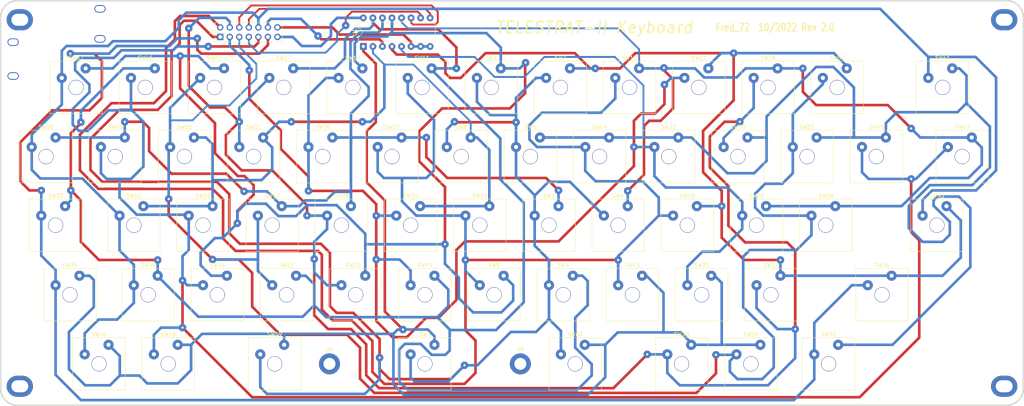
<source format=kicad_pcb>
(kicad_pcb (version 20171130) (host pcbnew "(5.1.12)-1")
  (title_block (date "16 aug 2011"))
  (layers (0 Front signal) (31 Back signal) (34 B.Paste user) (35 F.Paste user) (36 B.SilkS user) (37 F.SilkS user) (38 B.Mask user) (39 F.Mask user) (44 Edge.Cuts user))
  (net 0 "")
  (net 1 +5V)
  (net 2 "Net-(SW1-Pad1)")
  (net 3 "Net-(SW10-Pad1)")
  (net 4 "Net-(SW11-Pad1)")
  (net 5 "Net-(SW12-Pad1)")
  (net 6 "Net-(SW13-Pad1)")
  (net 7 "Net-(SW14-Pad1)")
  (net 8 "Net-(SW16-Pad1)")
  (net 9 "Net-(SW15-Pad1)")
  (net 10 GND)
  (net 11 /KBD0)
  (net 12 /KBD)
  (net 13 /KBD1)
  (net 14 /KBD2)
  (net 15 /COL0)
  (net 16 /COL1)
  (net 17 /COL2)
  (net 18 /COL3)
  (net 19 /COL4)
  (net 20 /COL5)
  (net 21 /COL6)
  (net 22 /COL7)
  (module MountingHole:MountingHole_2.2mm_M2_DIN965_Pad (layer Front) (at 99.441 100.711)
    (fp_text reference H10 hide)
    (fp_text value Fix_Cable)
    (pad 1 thru_hole oval (at 0 0) (size 3 2) (drill oval 2.5 1.5) (layers *.Cu *.Mask))
  )
  (module MountingHole:MountingHole_2.2mm_M2_DIN965_Pad (layer Front) (at 99.441 91.694)
    (fp_text reference H9 hide)
    (fp_text value Fix_Cable)
    (pad 1 thru_hole oval (at 0 0) (size 3 2) (drill oval 2.5 1.5) (layers *.Cu *.Mask))
  )
  (module MountingHole:MountingHole_2.2mm_M2_DIN965_Pad (layer Front) (at 122.555 90.805)
    (fp_text reference H8 hide)
    (fp_text value Fix_Cable)
    (pad 1 thru_hole oval (at 0 0) (size 3 2) (drill oval 2.5 1.5) (layers *.Cu *.Mask))
  )
  (module MountingHole:MountingHole_2.2mm_M2_DIN965_Pad (layer Front) (at 122.555 82.804)
    (fp_text reference H7 hide)
    (fp_text value Fix_Cable)
    (pad 1 thru_hole oval (at 0 0) (size 3 2) (drill oval 2.5 1.5) (layers *.Cu *.Mask))
  )
  (module Button_Switch_Keyboard:SW_Gateron_MX_1.00u_Plate (layer Front) (at 251.587 172.339)
    (fp_text reference SW60 (at -2.54 -2.794) (layer F.SilkS))
    (fp_text value SPACE)
    (pad 1 thru_hole circle (at 0 0) (size 2.7 2.7) (drill 1.1) (layers *.Cu *.Mask) (net 6 "Net-(SW13-Pad1)"))
    (pad 2 thru_hole circle (at -6.35 2.54) (size 2.7 2.7) (drill 1.1) (layers *.Cu *.Mask) (net 15 /COL0))
    (pad "" np_thru_hole circle (at -2.54 5.08) (size 4 4) (drill 3.8) (layers *.Cu *.Mask))
  )
  (module Button_Switch_Keyboard:SW_Gateron_MX_1.00u_Plate (layer Front) (at 171.577 172.339)
    (fp_text reference SW59 (at -2.54 -2.794) (layer F.SilkS))
    (fp_text value SPACE)
    (pad 1 thru_hole circle (at 0 0) (size 2.7 2.7) (drill 1.1) (layers *.Cu *.Mask) (net 6 "Net-(SW13-Pad1)"))
    (pad 2 thru_hole circle (at -6.35 2.54) (size 2.7 2.7) (drill 1.1) (layers *.Cu *.Mask) (net 15 /COL0))
    (pad "" np_thru_hole circle (at -2.54 5.08) (size 4 4) (drill 3.8) (layers *.Cu *.Mask))
  )
  (module MountingHole:MountingHole_3.2mm_M3_DIN965_Pad (layer Front) (at 101.219 183.388)
    (fp_text reference H3 hide)
    (fp_text value MountingHole)
    (pad 1 thru_hole oval (at 0 0) (size 7 5.6) (drill oval 4.5 3.2) (layers *.Cu *.Mask))
  )
  (module MountingHole:MountingHole_3.2mm_M3_DIN965_Pad (layer Front) (at 363.22 183.388)
    (fp_text reference H4 hide)
    (fp_text value MountingHole)
    (pad 1 thru_hole oval (at 0 0) (size 7 5.6) (drill oval 4.5 3.2) (layers *.Cu *.Mask))
  )
  (module Button_Switch_Keyboard:SW_Gateron_MX_6.25u_Plate (layer Front) (at 211.582 172.339)
    (fp_text reference SW5 (at -2.54 -2.794) (layer F.SilkS))
    (fp_text value SPACE)
    (pad 1 thru_hole circle (at 0 0) (size 2.7 2.7) (drill 1.1) (layers *.Cu *.Mask) (net 6 "Net-(SW13-Pad1)"))
    (pad 2 thru_hole circle (at -6.35 2.54) (size 2.7 2.7) (drill 1.1) (layers *.Cu *.Mask) (net 15 /COL0))
    (pad "" np_thru_hole circle (at -2.54 5.08) (size 4 4) (drill 3.8) (layers *.Cu *.Mask))
  )
  (module MountingHole:MountingHole_3.2mm_M3_DIN965_Pad (layer Front) (at 234.442 177.419)
    (fp_text reference H6 (at 0 -3.8) (layer F.SilkS))
    (fp_text value FIX_BAR2)
    (pad 1 thru_hole circle (at 0 0) (size 5.6 5.6) (drill 3.2) (layers *.Cu *.Mask))
  )
  (module MountingHole:MountingHole_3.2mm_M3_DIN965_Pad (layer Front) (at 183.642 177.419)
    (fp_text reference H5 (at 0 -3.8) (layer F.SilkS))
    (fp_text value FIX_BAR1)
    (pad 1 thru_hole circle (at 0 0) (size 5.6 5.6) (drill 3.2) (layers *.Cu *.Mask))
  )
  (module Connector_PinHeader_2.54mm:PinHeader_2x07_P2.54mm_Vertical (layer Front) (at 154.559 90.297 90)
    (fp_text reference J1 (at 1.27 -2.33 90) (layer F.SilkS))
    (fp_text value CLAVIER)
    (pad 14 thru_hole oval (at 2.54 15.24 90) (size 1.7 1.7) (drill 1) (layers *.Cu *.Mask) (net 10 GND))
    (pad 13 thru_hole oval (at 0 15.24 90) (size 1.7 1.7) (drill 1) (layers *.Cu *.Mask) (net 1 +5V))
    (pad 12 thru_hole oval (at 2.54 12.7 90) (size 1.7 1.7) (drill 1) (layers *.Cu *.Mask) (net 12 /KBD))
    (pad 11 thru_hole oval (at 0 12.7 90) (size 1.7 1.7) (drill 1) (layers *.Cu *.Mask) (net 19 /COL4))
    (pad 10 thru_hole oval (at 2.54 10.16 90) (size 1.7 1.7) (drill 1) (layers *.Cu *.Mask) (net 20 /COL5))
    (pad 9 thru_hole oval (at 0 10.16 90) (size 1.7 1.7) (drill 1) (layers *.Cu *.Mask) (net 21 /COL6))
    (pad 8 thru_hole oval (at 2.54 7.62 90) (size 1.7 1.7) (drill 1) (layers *.Cu *.Mask) (net 14 /KBD2))
    (pad 7 thru_hole oval (at 0 7.62 90) (size 1.7 1.7) (drill 1) (layers *.Cu *.Mask) (net 13 /KBD1))
    (pad 6 thru_hole oval (at 2.54 5.08 90) (size 1.7 1.7) (drill 1) (layers *.Cu *.Mask) (net 11 /KBD0))
    (pad 5 thru_hole oval (at 0 5.08 90) (size 1.7 1.7) (drill 1) (layers *.Cu *.Mask) (net 22 /COL7))
    (pad 4 thru_hole oval (at 2.54 2.54 90) (size 1.7 1.7) (drill 1) (layers *.Cu *.Mask) (net 18 /COL3))
    (pad 3 thru_hole oval (at 0 2.54 90) (size 1.7 1.7) (drill 1) (layers *.Cu *.Mask) (net 17 /COL2))
    (pad 2 thru_hole oval (at 2.54 0 90) (size 1.7 1.7) (drill 1) (layers *.Cu *.Mask) (net 16 /COL1))
    (pad 1 thru_hole rect (at 0 0 90) (size 1.7 1.7) (drill 1) (layers *.Cu *.Mask) (net 15 /COL0))
  )
  (module MountingHole:MountingHole_3.2mm_M3_DIN965_Pad (layer Front) (at 363.22 85.725)
    (fp_text reference H2 hide)
    (fp_text value MountingHole)
    (pad 1 thru_hole oval (at 0 0) (size 7 5.6) (drill oval 4.5 3.2) (layers *.Cu *.Mask))
  )
  (module MountingHole:MountingHole_3.2mm_M3_DIN965_Pad (layer Front) (at 101.219 85.725)
    (fp_text reference H1 hide)
    (fp_text value MountingHole)
    (pad 1 thru_hole oval (at 0 0) (size 7 5.6) (drill oval 4.5 3.2) (layers *.Cu *.Mask))
  )
  (module Button_Switch_Keyboard:SW_Gateron_MX_2.00u_Plate (layer Front) (at 349.377 98.679)
    (fp_text reference SW41 (at -2.54 -2.794) (layer F.SilkS))
    (fp_text value DEL)
    (pad 1 thru_hole circle (at 0 0) (size 2.7 2.7) (drill 1.1) (layers *.Cu *.Mask) (net 7 "Net-(SW14-Pad1)"))
    (pad 2 thru_hole circle (at -6.35 2.54) (size 2.7 2.7) (drill 1.1) (layers *.Cu *.Mask) (net 20 /COL5))
    (pad "" np_thru_hole circle (at -2.54 5.08) (size 4 4) (drill 3.8) (layers *.Cu *.Mask))
  )
  (module Button_Switch_Keyboard:SW_Gateron_MX_1.25u_Plate (layer Front) (at 319.024 172.339)
    (fp_text reference SW35 (at -2.54 -2.794) (layer F.SilkS))
    (fp_text value FUNCT)
    (pad 1 thru_hole circle (at 0 0) (size 2.7 2.7) (drill 1.1) (layers *.Cu *.Mask) (net 7 "Net-(SW14-Pad1)"))
    (pad 2 thru_hole circle (at -6.35 2.54) (size 2.7 2.7) (drill 1.1) (layers *.Cu *.Mask) (net 19 /COL4))
    (pad "" np_thru_hole circle (at -2.54 5.08) (size 4 4) (drill 3.8) (layers *.Cu *.Mask))
  )
  (module Button_Switch_Keyboard:SW_Gateron_MX_1.25u_Plate (layer Front) (at 117.094 153.924)
    (fp_text reference SW34 (at -2.54 -2.794) (layer F.SilkS))
    (fp_text value SHIFTG)
    (pad 1 thru_hole circle (at 0 0) (size 2.7 2.7) (drill 1.1) (layers *.Cu *.Mask) (net 6 "Net-(SW13-Pad1)"))
    (pad 2 thru_hole circle (at -6.35 2.54) (size 2.7 2.7) (drill 1.1) (layers *.Cu *.Mask) (net 19 /COL4))
    (pad "" np_thru_hole circle (at -2.54 5.08) (size 4 4) (drill 3.8) (layers *.Cu *.Mask))
  )
  (module Button_Switch_Keyboard:SW_Gateron_MX_1.25u_Plate (layer Front) (at 113.284 135.382)
    (fp_text reference SW33 (at -2.54 -2.794) (layer F.SilkS))
    (fp_text value CTRL)
    (pad 1 thru_hole circle (at 0 0) (size 2.7 2.7) (drill 1.1) (layers *.Cu *.Mask) (net 4 "Net-(SW11-Pad1)"))
    (pad 2 thru_hole circle (at -6.35 2.54) (size 2.7 2.7) (drill 1.1) (layers *.Cu *.Mask) (net 19 /COL4))
    (pad "" np_thru_hole circle (at -2.54 5.08) (size 4 4) (drill 3.8) (layers *.Cu *.Mask))
  )
  (module Button_Switch_Keyboard:SW_Gateron_MX_2.25u_Plate (layer Front) (at 333.248 153.924)
    (fp_text reference SW36 (at -2.54 -2.794) (layer F.SilkS))
    (fp_text value SHIFTD)
    (pad 1 thru_hole circle (at 0 0) (size 2.7 2.7) (drill 1.1) (layers *.Cu *.Mask) (net 8 "Net-(SW16-Pad1)"))
    (pad 2 thru_hole circle (at -6.35 2.54) (size 2.7 2.7) (drill 1.1) (layers *.Cu *.Mask) (net 19 /COL4))
    (pad "" np_thru_hole circle (at -2.54 5.08) (size 4 4) (drill 3.8) (layers *.Cu *.Mask))
  )
  (module Button_Switch_Keyboard:SW_Gateron_MX_2.25u_Plate (layer Front) (at 347.853 135.382)
    (fp_text reference SW43 (at -2.54 -2.794) (layer F.SilkS))
    (fp_text value RETURN)
    (pad 1 thru_hole circle (at 0 0) (size 2.7 2.7) (drill 1.1) (layers *.Cu *.Mask) (net 8 "Net-(SW16-Pad1)"))
    (pad 2 thru_hole circle (at -6.35 2.54) (size 2.7 2.7) (drill 1.1) (layers *.Cu *.Mask) (net 20 /COL5))
    (pad "" np_thru_hole circle (at -2.54 5.08) (size 4 4) (drill 3.8) (layers *.Cu *.Mask))
  )
  (module Button_Switch_Keyboard:SW_Gateron_MX_1.00u_Plate (layer Front) (at 318.262 135.382)
    (fp_text reference SW58 (at -2.54 -2.794) (layer F.SilkS))
    (fp_text value "\"")
    (pad 1 thru_hole circle (at 0 0) (size 2.7 2.7) (drill 1.1) (layers *.Cu *.Mask) (net 5 "Net-(SW12-Pad1)"))
    (pad 2 thru_hole circle (at -6.35 2.54) (size 2.7 2.7) (drill 1.1) (layers *.Cu *.Mask) (net 22 /COL7))
    (pad "" np_thru_hole circle (at -2.54 5.08) (size 4 4) (drill 3.8) (layers *.Cu *.Mask))
  )
  (module Button_Switch_Keyboard:SW_Gateron_MX_1.50u_Plate (layer Front) (at 354.584 117.094)
    (fp_text reference SW47 (at -2.54 -2.794) (layer F.SilkS))
    (fp_text value \)
    (pad 1 thru_hole circle (at 0 0) (size 2.7 2.7) (drill 1.1) (layers *.Cu *.Mask) (net 5 "Net-(SW12-Pad1)"))
    (pad 2 thru_hole circle (at -6.35 2.54) (size 2.7 2.7) (drill 1.1) (layers *.Cu *.Mask) (net 21 /COL6))
    (pad "" np_thru_hole circle (at -2.54 5.08) (size 4 4) (drill 3.8) (layers *.Cu *.Mask))
  )
  (module Button_Switch_Keyboard:SW_Gateron_MX_1.00u_Plate (layer Front) (at 321.31 98.679)
    (fp_text reference SW57 (at -2.54 -2.794) (layer F.SilkS))
    (fp_text value =)
    (pad 1 thru_hole circle (at 0 0) (size 2.7 2.7) (drill 1.1) (layers *.Cu *.Mask) (net 8 "Net-(SW16-Pad1)"))
    (pad 2 thru_hole circle (at -6.35 2.54) (size 2.7 2.7) (drill 1.1) (layers *.Cu *.Mask) (net 22 /COL7))
    (pad "" np_thru_hole circle (at -2.54 5.08) (size 4 4) (drill 3.8) (layers *.Cu *.Mask))
  )
  (module Button_Switch_Keyboard:SW_Gateron_MX_1.00u_Plate (layer Front) (at 147.574 117.094)
    (fp_text reference SW56 (at -2.54 -2.794) (layer F.SilkS))
    (fp_text value W)
    (pad 1 thru_hole circle (at 0 0) (size 2.7 2.7) (drill 1.1) (layers *.Cu *.Mask) (net 9 "Net-(SW15-Pad1)"))
    (pad 2 thru_hole circle (at -6.35 2.54) (size 2.7 2.7) (drill 1.1) (layers *.Cu *.Mask) (net 22 /COL7))
    (pad "" np_thru_hole circle (at -2.54 5.08) (size 4 4) (drill 3.8) (layers *.Cu *.Mask))
  )
  (module Button_Switch_Keyboard:SW_Gateron_MX_1.00u_Plate (layer Front) (at 313.309 117.094)
    (fp_text reference SW55 (at -2.54 -2.794) (layer F.SilkS))
    (fp_text value [)
    (pad 1 thru_hole circle (at 0 0) (size 2.7 2.7) (drill 1.1) (layers *.Cu *.Mask) (net 7 "Net-(SW14-Pad1)"))
    (pad 2 thru_hole circle (at -6.35 2.54) (size 2.7 2.7) (drill 1.1) (layers *.Cu *.Mask) (net 22 /COL7))
    (pad "" np_thru_hole circle (at -2.54 5.08) (size 4 4) (drill 3.8) (layers *.Cu *.Mask))
  )
  (module Button_Switch_Keyboard:SW_Gateron_MX_1.00u_Plate (layer Front) (at 298.323 172.339)
    (fp_text reference SW54 (at -2.54 -2.794) (layer F.SilkS))
    (fp_text value FL_RG)
    (pad 1 thru_hole circle (at 0 0) (size 2.7 2.7) (drill 1.1) (layers *.Cu *.Mask) (net 6 "Net-(SW13-Pad1)"))
    (pad 2 thru_hole circle (at -6.35 2.54) (size 2.7 2.7) (drill 1.1) (layers *.Cu *.Mask) (net 22 /COL7))
    (pad "" np_thru_hole circle (at -2.54 5.08) (size 4 4) (drill 3.8) (layers *.Cu *.Mask))
  )
  (module Button_Switch_Keyboard:SW_Gateron_MX_1.00u_Plate (layer Front) (at 174.752 153.924)
    (fp_text reference SW53 (at -2.54 -2.794) (layer F.SilkS))
    (fp_text value C)
    (pad 1 thru_hole circle (at 0 0) (size 2.7 2.7) (drill 1.1) (layers *.Cu *.Mask) (net 4 "Net-(SW11-Pad1)"))
    (pad 2 thru_hole circle (at -6.35 2.54) (size 2.7 2.7) (drill 1.1) (layers *.Cu *.Mask) (net 22 /COL7))
    (pad "" np_thru_hole circle (at -2.54 5.08) (size 4 4) (drill 3.8) (layers *.Cu *.Mask))
  )
  (module Button_Switch_Keyboard:SW_Gateron_MX_1.00u_Plate (layer Front) (at 170.942 135.382)
    (fp_text reference SW52 (at -2.54 -2.794) (layer F.SilkS))
    (fp_text value D)
    (pad 1 thru_hole circle (at 0 0) (size 2.7 2.7) (drill 1.1) (layers *.Cu *.Mask) (net 3 "Net-(SW10-Pad1)"))
    (pad 2 thru_hole circle (at -6.35 2.54) (size 2.7 2.7) (drill 1.1) (layers *.Cu *.Mask) (net 22 /COL7))
    (pad "" np_thru_hole circle (at -2.54 5.08) (size 4 4) (drill 3.8) (layers *.Cu *.Mask))
  )
  (module Button_Switch_Keyboard:SW_Gateron_MX_1.00u_Plate (layer Front) (at 155.575 98.679)
    (fp_text reference SW51 (at -2.54 -2.794) (layer F.SilkS))
    (fp_text value 3)
    (pad 1 thru_hole circle (at 0 0) (size 2.7 2.7) (drill 1.1) (layers *.Cu *.Mask) (net 2 "Net-(SW1-Pad1)"))
    (pad 2 thru_hole circle (at -6.35 2.54) (size 2.7 2.7) (drill 1.1) (layers *.Cu *.Mask) (net 22 /COL7))
    (pad "" np_thru_hole circle (at -2.54 5.08) (size 4 4) (drill 3.8) (layers *.Cu *.Mask))
  )
  (module Button_Switch_Keyboard:SW_Gateron_MX_1.00u_Plate (layer Front) (at 152.527 135.382)
    (fp_text reference SW50 (at -2.54 -2.794) (layer F.SilkS))
    (fp_text value S)
    (pad 1 thru_hole circle (at 0 0) (size 2.7 2.7) (drill 1.1) (layers *.Cu *.Mask) (net 9 "Net-(SW15-Pad1)"))
    (pad 2 thru_hole circle (at -6.35 2.54) (size 2.7 2.7) (drill 1.1) (layers *.Cu *.Mask) (net 21 /COL6))
    (pad "" np_thru_hole circle (at -2.54 5.08) (size 4 4) (drill 3.8) (layers *.Cu *.Mask))
  )
  (module Button_Switch_Keyboard:SW_Gateron_MX_1.00u_Plate (layer Front) (at 331.724 117.094)
    (fp_text reference SW49 (at -2.54 -2.794) (layer F.SilkS))
    (fp_text value ])
    (pad 1 thru_hole circle (at 0 0) (size 2.7 2.7) (drill 1.1) (layers *.Cu *.Mask) (net 7 "Net-(SW14-Pad1)"))
    (pad 2 thru_hole circle (at -6.35 2.54) (size 2.7 2.7) (drill 1.1) (layers *.Cu *.Mask) (net 21 /COL6))
    (pad "" np_thru_hole circle (at -2.54 5.08) (size 4 4) (drill 3.8) (layers *.Cu *.Mask))
  )
  (module Button_Switch_Keyboard:SW_Gateron_MX_1.00u_Plate (layer Front) (at 143.256 172.339)
    (fp_text reference SW48 (at -2.54 -2.794) (layer F.SilkS))
    (fp_text value FL_DW)
    (pad 1 thru_hole circle (at 0 0) (size 2.7 2.7) (drill 1.1) (layers *.Cu *.Mask) (net 6 "Net-(SW13-Pad1)"))
    (pad 2 thru_hole circle (at -6.35 2.54) (size 2.7 2.7) (drill 1.1) (layers *.Cu *.Mask) (net 21 /COL6))
    (pad "" np_thru_hole circle (at -2.54 5.08) (size 4 4) (drill 3.8) (layers *.Cu *.Mask))
  )
  (module Button_Switch_Keyboard:SW_Gateron_MX_1.00u_Plate (layer Front) (at 137.16 98.679)
    (fp_text reference SW46 (at -2.54 -2.794) (layer F.SilkS))
    (fp_text value 2)
    (pad 1 thru_hole circle (at 0 0) (size 2.7 2.7) (drill 1.1) (layers *.Cu *.Mask) (net 4 "Net-(SW11-Pad1)"))
    (pad 2 thru_hole circle (at -6.35 2.54) (size 2.7 2.7) (drill 1.1) (layers *.Cu *.Mask) (net 21 /COL6))
    (pad "" np_thru_hole circle (at -2.54 5.08) (size 4 4) (drill 3.8) (layers *.Cu *.Mask))
  )
  (module Button_Switch_Keyboard:SW_Gateron_MX_1.00u_Plate (layer Front) (at 129.159 117.094)
    (fp_text reference SW45 (at -2.54 -2.794) (layer F.SilkS))
    (fp_text value Q)
    (pad 1 thru_hole circle (at 0 0) (size 2.7 2.7) (drill 1.1) (layers *.Cu *.Mask) (net 3 "Net-(SW10-Pad1)"))
    (pad 2 thru_hole circle (at -6.35 2.54) (size 2.7 2.7) (drill 1.1) (layers *.Cu *.Mask) (net 21 /COL6))
    (pad "" np_thru_hole circle (at -2.54 5.08) (size 4 4) (drill 3.8) (layers *.Cu *.Mask))
  )
  (module Button_Switch_Keyboard:SW_Gateron_MX_1.00u_Plate (layer Front) (at 156.337 153.924)
    (fp_text reference SW44 (at -2.54 -2.794) (layer F.SilkS))
    (fp_text value X)
    (pad 1 thru_hole circle (at 0 0) (size 2.7 2.7) (drill 1.1) (layers *.Cu *.Mask) (net 2 "Net-(SW1-Pad1)"))
    (pad 2 thru_hole circle (at -6.35 2.54) (size 2.7 2.7) (drill 1.1) (layers *.Cu *.Mask) (net 21 /COL6))
    (pad "" np_thru_hole circle (at -2.54 5.08) (size 4 4) (drill 3.8) (layers *.Cu *.Mask))
  )
  (module Button_Switch_Keyboard:SW_Gateron_MX_1.00u_Plate (layer Front) (at 134.112 135.382)
    (fp_text reference SW42 (at -2.54 -2.794) (layer F.SilkS))
    (fp_text value A)
    (pad 1 thru_hole circle (at 0 0) (size 2.7 2.7) (drill 1.1) (layers *.Cu *.Mask) (net 9 "Net-(SW15-Pad1)"))
    (pad 2 thru_hole circle (at -6.35 2.54) (size 2.7 2.7) (drill 1.1) (layers *.Cu *.Mask) (net 20 /COL5))
    (pad "" np_thru_hole circle (at -2.54 5.08) (size 4 4) (drill 3.8) (layers *.Cu *.Mask))
  )
  (module Button_Switch_Keyboard:SW_Gateron_MX_1.00u_Plate (layer Front) (at 124.841 172.339)
    (fp_text reference SW40 (at -2.54 -2.794) (layer F.SilkS))
    (fp_text value F_LF)
    (pad 1 thru_hole circle (at 0 0) (size 2.7 2.7) (drill 1.1) (layers *.Cu *.Mask) (net 6 "Net-(SW13-Pad1)"))
    (pad 2 thru_hole circle (at -6.35 2.54) (size 2.7 2.7) (drill 1.1) (layers *.Cu *.Mask) (net 20 /COL5))
    (pad "" np_thru_hole circle (at -2.54 5.08) (size 4 4) (drill 3.8) (layers *.Cu *.Mask))
  )
  (module Button_Switch_Keyboard:SW_Gateron_MX_1.00u_Plate (layer Front) (at 137.922 153.924)
    (fp_text reference SW39 (at -2.54 -2.794) (layer F.SilkS))
    (fp_text value Z)
    (pad 1 thru_hole circle (at 0 0) (size 2.7 2.7) (drill 1.1) (layers *.Cu *.Mask) (net 4 "Net-(SW11-Pad1)"))
    (pad 2 thru_hole circle (at -6.35 2.54) (size 2.7 2.7) (drill 1.1) (layers *.Cu *.Mask) (net 20 /COL5))
    (pad "" np_thru_hole circle (at -2.54 5.08) (size 4 4) (drill 3.8) (layers *.Cu *.Mask))
  )
  (module Button_Switch_Keyboard:SW_Gateron_MX_1.00u_Plate (layer Front) (at 110.744 117.094)
    (fp_text reference SW38 (at -2.54 -2.794) (layer F.SilkS))
    (fp_text value ESC)
    (pad 1 thru_hole circle (at 0 0) (size 2.7 2.7) (drill 1.1) (layers *.Cu *.Mask) (net 3 "Net-(SW10-Pad1)"))
    (pad 2 thru_hole circle (at -6.35 2.54) (size 2.7 2.7) (drill 1.1) (layers *.Cu *.Mask) (net 20 /COL5))
    (pad "" np_thru_hole circle (at -2.54 5.08) (size 4 4) (drill 3.8) (layers *.Cu *.Mask))
  )
  (module Button_Switch_Keyboard:SW_Gateron_MX_1.00u_Plate (layer Front) (at 118.745 98.679)
    (fp_text reference SW37 (at -2.54 -2.794) (layer F.SilkS))
    (fp_text value 1)
    (pad 1 thru_hole circle (at 0 0) (size 2.7 2.7) (drill 1.1) (layers *.Cu *.Mask) (net 2 "Net-(SW1-Pad1)"))
    (pad 2 thru_hole circle (at -6.35 2.54) (size 2.7 2.7) (drill 1.1) (layers *.Cu *.Mask) (net 20 /COL5))
    (pad "" np_thru_hole circle (at -2.54 5.08) (size 4 4) (drill 3.8) (layers *.Cu *.Mask))
  )
  (module Button_Switch_Keyboard:SW_Gateron_MX_1.00u_Plate (layer Front) (at 303.657 153.924)
    (fp_text reference SW32 (at -2.54 -2.794) (layer F.SilkS))
    (fp_text value /)
    (pad 1 thru_hole circle (at 0 0) (size 2.7 2.7) (drill 1.1) (layers *.Cu *.Mask) (net 8 "Net-(SW16-Pad1)"))
    (pad 2 thru_hole circle (at -6.35 2.54) (size 2.7 2.7) (drill 1.1) (layers *.Cu *.Mask) (net 18 /COL3))
    (pad "" np_thru_hole circle (at -2.54 5.08) (size 4 4) (drill 3.8) (layers *.Cu *.Mask))
  )
  (module Button_Switch_Keyboard:SW_Gateron_MX_1.00u_Plate (layer Front) (at 165.989 117.094)
    (fp_text reference SW31 (at -2.54 -2.794) (layer F.SilkS))
    (fp_text value E)
    (pad 1 thru_hole circle (at 0 0) (size 2.7 2.7) (drill 1.1) (layers *.Cu *.Mask) (net 9 "Net-(SW15-Pad1)"))
    (pad 2 thru_hole circle (at -6.35 2.54) (size 2.7 2.7) (drill 1.1) (layers *.Cu *.Mask) (net 18 /COL3))
    (pad "" np_thru_hole circle (at -2.54 5.08) (size 4 4) (drill 3.8) (layers *.Cu *.Mask))
  )
  (module Button_Switch_Keyboard:SW_Gateron_MX_1.00u_Plate (layer Front) (at 294.894 117.094)
    (fp_text reference SW30 (at -2.54 -2.794) (layer F.SilkS))
    (fp_text value P)
    (pad 1 thru_hole circle (at 0 0) (size 2.7 2.7) (drill 1.1) (layers *.Cu *.Mask) (net 7 "Net-(SW14-Pad1)"))
    (pad 2 thru_hole circle (at -6.35 2.54) (size 2.7 2.7) (drill 1.1) (layers *.Cu *.Mask) (net 18 /COL3))
    (pad "" np_thru_hole circle (at -2.54 5.08) (size 4 4) (drill 3.8) (layers *.Cu *.Mask))
  )
  (module Button_Switch_Keyboard:SW_Gateron_MX_1.00u_Plate (layer Front) (at 279.908 172.339)
    (fp_text reference SW29 (at -2.54 -2.794) (layer F.SilkS))
    (fp_text value F_UP)
    (pad 1 thru_hole circle (at 0 0) (size 2.7 2.7) (drill 1.1) (layers *.Cu *.Mask) (net 6 "Net-(SW13-Pad1)"))
    (pad 2 thru_hole circle (at -6.35 2.54) (size 2.7 2.7) (drill 1.1) (layers *.Cu *.Mask) (net 18 /COL3))
    (pad "" np_thru_hole circle (at -2.54 5.08) (size 4 4) (drill 3.8) (layers *.Cu *.Mask))
  )
  (module Button_Switch_Keyboard:SW_Gateron_MX_1.00u_Plate (layer Front) (at 302.895 98.679)
    (fp_text reference SW28 (at -2.54 -2.794) (layer F.SilkS))
    (fp_text value -)
    (pad 1 thru_hole circle (at 0 0) (size 2.7 2.7) (drill 1.1) (layers *.Cu *.Mask) (net 5 "Net-(SW12-Pad1)"))
    (pad 2 thru_hole circle (at -6.35 2.54) (size 2.7 2.7) (drill 1.1) (layers *.Cu *.Mask) (net 18 /COL3))
    (pad "" np_thru_hole circle (at -2.54 5.08) (size 4 4) (drill 3.8) (layers *.Cu *.Mask))
  )
  (module Button_Switch_Keyboard:SW_Gateron_MX_1.00u_Plate (layer Front) (at 173.99 98.679)
    (fp_text reference SW27 (at -2.54 -2.794) (layer F.SilkS))
    (fp_text value 4)
    (pad 1 thru_hole circle (at 0 0) (size 2.7 2.7) (drill 1.1) (layers *.Cu *.Mask) (net 4 "Net-(SW11-Pad1)"))
    (pad 2 thru_hole circle (at -6.35 2.54) (size 2.7 2.7) (drill 1.1) (layers *.Cu *.Mask) (net 18 /COL3))
    (pad "" np_thru_hole circle (at -2.54 5.08) (size 4 4) (drill 3.8) (layers *.Cu *.Mask))
  )
  (module Button_Switch_Keyboard:SW_Gateron_MX_1.00u_Plate (layer Front) (at 189.357 135.382)
    (fp_text reference SW26 (at -2.54 -2.794) (layer F.SilkS))
    (fp_text value F)
    (pad 1 thru_hole circle (at 0 0) (size 2.7 2.7) (drill 1.1) (layers *.Cu *.Mask) (net 3 "Net-(SW10-Pad1)"))
    (pad 2 thru_hole circle (at -6.35 2.54) (size 2.7 2.7) (drill 1.1) (layers *.Cu *.Mask) (net 18 /COL3))
    (pad "" np_thru_hole circle (at -2.54 5.08) (size 4 4) (drill 3.8) (layers *.Cu *.Mask))
  )
  (module Button_Switch_Keyboard:SW_Gateron_MX_1.00u_Plate (layer Front) (at 193.167 153.924)
    (fp_text reference SW25 (at -3.175 -2.794) (layer F.SilkS))
    (fp_text value V)
    (pad 1 thru_hole circle (at 0 0) (size 2.7 2.7) (drill 1.1) (layers *.Cu *.Mask) (net 2 "Net-(SW1-Pad1)"))
    (pad 2 thru_hole circle (at -6.35 2.54) (size 2.7 2.7) (drill 1.1) (layers *.Cu *.Mask) (net 18 /COL3))
    (pad "" np_thru_hole circle (at -2.54 5.08) (size 4 4) (drill 3.8) (layers *.Cu *.Mask))
  )
  (module Button_Switch_Keyboard:SW_Gateron_MX_1.00u_Plate (layer Front) (at 207.772 135.382)
    (fp_text reference SW24 (at -2.54 -2.794) (layer F.SilkS))
    (fp_text value G)
    (pad 1 thru_hole circle (at 0 0) (size 2.7 2.7) (drill 1.1) (layers *.Cu *.Mask) (net 9 "Net-(SW15-Pad1)"))
    (pad 2 thru_hole circle (at -6.35 2.54) (size 2.7 2.7) (drill 1.1) (layers *.Cu *.Mask) (net 17 /COL2))
    (pad "" np_thru_hole circle (at -2.54 5.08) (size 4 4) (drill 3.8) (layers *.Cu *.Mask))
  )
  (module Button_Switch_Keyboard:SW_Gateron_MX_1.00u_Plate (layer Front) (at 284.48 98.679)
    (fp_text reference SW23 (at -2.54 -2.794) (layer F.SilkS))
    (fp_text value 0)
    (pad 1 thru_hole circle (at 0 0) (size 2.7 2.7) (drill 1.1) (layers *.Cu *.Mask) (net 8 "Net-(SW16-Pad1)"))
    (pad 2 thru_hole circle (at -6.35 2.54) (size 2.7 2.7) (drill 1.1) (layers *.Cu *.Mask) (net 17 /COL2))
    (pad "" np_thru_hole circle (at -2.54 5.08) (size 4 4) (drill 3.8) (layers *.Cu *.Mask))
  )
  (module Button_Switch_Keyboard:SW_Gateron_MX_1.00u_Plate (layer Front) (at 276.479 117.094)
    (fp_text reference SW22 (at -2.54 -2.794) (layer F.SilkS))
    (fp_text value O)
    (pad 1 thru_hole circle (at 0 0) (size 2.7 2.7) (drill 1.1) (layers *.Cu *.Mask) (net 7 "Net-(SW14-Pad1)"))
    (pad 2 thru_hole circle (at -6.35 2.54) (size 2.7 2.7) (drill 1.1) (layers *.Cu *.Mask) (net 17 /COL2))
    (pad "" np_thru_hole circle (at -2.54 5.08) (size 4 4) (drill 3.8) (layers *.Cu *.Mask))
  )
  (module Button_Switch_Keyboard:SW_Gateron_MX_1.00u_Plate (layer Front) (at 285.242 153.924)
    (fp_text reference SW21 (at -2.54 -2.794) (layer F.SilkS))
    (fp_text value >)
    (pad 1 thru_hole circle (at 0 0) (size 2.7 2.7) (drill 1.1) (layers *.Cu *.Mask) (net 6 "Net-(SW13-Pad1)"))
    (pad 2 thru_hole circle (at -6.35 2.54) (size 2.7 2.7) (drill 1.1) (layers *.Cu *.Mask) (net 17 /COL2))
    (pad "" np_thru_hole circle (at -2.54 5.08) (size 4 4) (drill 3.8) (layers *.Cu *.Mask))
  )
  (module Button_Switch_Keyboard:SW_Gateron_MX_1.00u_Plate (layer Front) (at 299.847 135.382)
    (fp_text reference SW20 (at -2.54 -2.794) (layer F.SilkS))
    (fp_text value ;)
    (pad 1 thru_hole circle (at 0 0) (size 2.7 2.7) (drill 1.1) (layers *.Cu *.Mask) (net 5 "Net-(SW12-Pad1)"))
    (pad 2 thru_hole circle (at -6.35 2.54) (size 2.7 2.7) (drill 1.1) (layers *.Cu *.Mask) (net 17 /COL2))
    (pad "" np_thru_hole circle (at -2.54 5.08) (size 4 4) (drill 3.8) (layers *.Cu *.Mask))
  )
  (module Button_Switch_Keyboard:SW_Gateron_MX_1.00u_Plate (layer Front) (at 211.582 153.924)
    (fp_text reference SW19 (at -2.54 -2.794) (layer F.SilkS))
    (fp_text value B)
    (pad 1 thru_hole circle (at 0 0) (size 2.7 2.7) (drill 1.1) (layers *.Cu *.Mask) (net 4 "Net-(SW11-Pad1)"))
    (pad 2 thru_hole circle (at -6.35 2.54) (size 2.7 2.7) (drill 1.1) (layers *.Cu *.Mask) (net 17 /COL2))
    (pad "" np_thru_hole circle (at -2.54 5.08) (size 4 4) (drill 3.8) (layers *.Cu *.Mask))
  )
  (module Button_Switch_Keyboard:SW_Gateron_MX_1.00u_Plate (layer Front) (at 184.404 117.094)
    (fp_text reference SW18 (at -2.54 -2.794) (layer F.SilkS))
    (fp_text value R)
    (pad 1 thru_hole circle (at 0 0) (size 2.7 2.7) (drill 1.1) (layers *.Cu *.Mask) (net 3 "Net-(SW10-Pad1)"))
    (pad 2 thru_hole circle (at -6.35 2.54) (size 2.7 2.7) (drill 1.1) (layers *.Cu *.Mask) (net 17 /COL2))
    (pad "" np_thru_hole circle (at -2.54 5.08) (size 4 4) (drill 3.8) (layers *.Cu *.Mask))
  )
  (module Button_Switch_Keyboard:SW_Gateron_MX_1.00u_Plate (layer Front) (at 192.405 98.679)
    (fp_text reference SW17 (at -2.54 -2.794) (layer F.SilkS))
    (fp_text value 5)
    (pad 1 thru_hole circle (at 0 0) (size 2.7 2.7) (drill 1.1) (layers *.Cu *.Mask) (net 2 "Net-(SW1-Pad1)"))
    (pad 2 thru_hole circle (at -6.35 2.54) (size 2.7 2.7) (drill 1.1) (layers *.Cu *.Mask) (net 17 /COL2))
    (pad "" np_thru_hole circle (at -2.54 5.08) (size 4 4) (drill 3.8) (layers *.Cu *.Mask))
  )
  (module Button_Switch_Keyboard:SW_Gateron_MX_1.00u_Plate (layer Front) (at 281.432 135.382)
    (fp_text reference SW16 (at -2.54 -2.794) (layer F.SilkS))
    (fp_text value L)
    (pad 1 thru_hole circle (at 0 0) (size 2.7 2.7) (drill 1.1) (layers *.Cu *.Mask) (net 8 "Net-(SW16-Pad1)"))
    (pad 2 thru_hole circle (at -6.35 2.54) (size 2.7 2.7) (drill 1.1) (layers *.Cu *.Mask) (net 16 /COL1))
    (pad "" np_thru_hole circle (at -2.54 5.08) (size 4 4) (drill 3.8) (layers *.Cu *.Mask))
  )
  (module Button_Switch_Keyboard:SW_Gateron_MX_1.00u_Plate (layer Front) (at 226.187 135.382)
    (fp_text reference SW15 (at -2.54 -2.794) (layer F.SilkS))
    (fp_text value H)
    (pad 1 thru_hole circle (at 0 0) (size 2.7 2.7) (drill 1.1) (layers *.Cu *.Mask) (net 9 "Net-(SW15-Pad1)"))
    (pad 2 thru_hole circle (at -6.35 2.54) (size 2.7 2.7) (drill 1.1) (layers *.Cu *.Mask) (net 16 /COL1))
    (pad "" np_thru_hole circle (at -2.54 5.08) (size 4 4) (drill 3.8) (layers *.Cu *.Mask))
  )
  (module Button_Switch_Keyboard:SW_Gateron_MX_1.00u_Plate (layer Front) (at 258.064 117.094)
    (fp_text reference SW14 (at -2.54 -2.794) (layer F.SilkS))
    (fp_text value I)
    (pad 1 thru_hole circle (at 0 0) (size 2.7 2.7) (drill 1.1) (layers *.Cu *.Mask) (net 7 "Net-(SW14-Pad1)"))
    (pad 2 thru_hole circle (at -6.35 2.54) (size 2.7 2.7) (drill 1.1) (layers *.Cu *.Mask) (net 16 /COL1))
    (pad "" np_thru_hole circle (at -2.54 5.08) (size 4 4) (drill 3.8) (layers *.Cu *.Mask))
  )
  (module Button_Switch_Keyboard:SW_Gateron_MX_1.00u_Plate (layer Front) (at 266.827 153.924)
    (fp_text reference SW13 (at -2.54 -2.794) (layer F.SilkS))
    (fp_text value <)
    (pad 1 thru_hole circle (at 0 0) (size 2.7 2.7) (drill 1.1) (layers *.Cu *.Mask) (net 6 "Net-(SW13-Pad1)"))
    (pad 2 thru_hole circle (at -6.35 2.54) (size 2.7 2.7) (drill 1.1) (layers *.Cu *.Mask) (net 16 /COL1))
    (pad "" np_thru_hole circle (at -2.54 5.08) (size 4 4) (drill 3.8) (layers *.Cu *.Mask))
  )
  (module Button_Switch_Keyboard:SW_Gateron_MX_1.00u_Plate (layer Front) (at 266.065 98.679)
    (fp_text reference SW12 (at -2.54 -2.794) (layer F.SilkS))
    (fp_text value 9)
    (pad 1 thru_hole circle (at 0 0) (size 2.7 2.7) (drill 1.1) (layers *.Cu *.Mask) (net 5 "Net-(SW12-Pad1)"))
    (pad 2 thru_hole circle (at -6.35 2.54) (size 2.7 2.7) (drill 1.1) (layers *.Cu *.Mask) (net 16 /COL1))
    (pad "" np_thru_hole circle (at -2.54 5.08) (size 4 4) (drill 3.8) (layers *.Cu *.Mask))
  )
  (module Button_Switch_Keyboard:SW_Gateron_MX_1.00u_Plate (layer Front) (at 210.82 98.679)
    (fp_text reference SW11 (at -2.54 -2.794) (layer F.SilkS))
    (fp_text value 6)
    (pad 1 thru_hole circle (at 0 0) (size 2.7 2.7) (drill 1.1) (layers *.Cu *.Mask) (net 4 "Net-(SW11-Pad1)"))
    (pad 2 thru_hole circle (at -6.35 2.54) (size 2.7 2.7) (drill 1.1) (layers *.Cu *.Mask) (net 16 /COL1))
    (pad "" np_thru_hole circle (at -2.54 5.08) (size 4 4) (drill 3.8) (layers *.Cu *.Mask))
  )
  (module Button_Switch_Keyboard:SW_Gateron_MX_1.00u_Plate (layer Front) (at 202.819 117.094)
    (fp_text reference SW10 (at -2.54 -2.794) (layer F.SilkS))
    (fp_text value T)
    (pad 1 thru_hole circle (at 0 0) (size 2.7 2.7) (drill 1.1) (layers *.Cu *.Mask) (net 3 "Net-(SW10-Pad1)"))
    (pad 2 thru_hole circle (at -6.35 2.54) (size 2.7 2.7) (drill 1.1) (layers *.Cu *.Mask) (net 16 /COL1))
    (pad "" np_thru_hole circle (at -2.54 5.08) (size 4 4) (drill 3.8) (layers *.Cu *.Mask))
  )
  (module Button_Switch_Keyboard:SW_Gateron_MX_1.00u_Plate (layer Front) (at 229.997 153.924)
    (fp_text reference SW9 (at -2.54 -2.794) (layer F.SilkS))
    (fp_text value N)
    (pad 1 thru_hole circle (at 0 0) (size 2.7 2.7) (drill 1.1) (layers *.Cu *.Mask) (net 2 "Net-(SW1-Pad1)"))
    (pad 2 thru_hole circle (at -6.35 2.54) (size 2.7 2.7) (drill 1.1) (layers *.Cu *.Mask) (net 16 /COL1))
    (pad "" np_thru_hole circle (at -2.54 5.08) (size 4 4) (drill 3.8) (layers *.Cu *.Mask))
  )
  (module Button_Switch_Keyboard:SW_Gateron_MX_1.00u_Plate (layer Front) (at 221.234 117.094)
    (fp_text reference SW8 (at -2.54 -2.794) (layer F.SilkS))
    (fp_text value Y)
    (pad 1 thru_hole circle (at 0 0) (size 2.7 2.7) (drill 1.1) (layers *.Cu *.Mask) (net 9 "Net-(SW15-Pad1)"))
    (pad 2 thru_hole circle (at -6.35 2.54) (size 2.7 2.7) (drill 1.1) (layers *.Cu *.Mask) (net 15 /COL0))
    (pad "" np_thru_hole circle (at -2.54 5.08) (size 4 4) (drill 3.8) (layers *.Cu *.Mask))
  )
  (module Button_Switch_Keyboard:SW_Gateron_MX_1.00u_Plate (layer Front) (at 247.65 98.679)
    (fp_text reference SW7 (at -2.54 -2.794) (layer F.SilkS))
    (fp_text value 8)
    (pad 1 thru_hole circle (at 0 0) (size 2.7 2.7) (drill 1.1) (layers *.Cu *.Mask) (net 8 "Net-(SW16-Pad1)"))
    (pad 2 thru_hole circle (at -6.35 2.54) (size 2.7 2.7) (drill 1.1) (layers *.Cu *.Mask) (net 15 /COL0))
    (pad "" np_thru_hole circle (at -2.54 5.08) (size 4 4) (drill 3.8) (layers *.Cu *.Mask))
  )
  (module Button_Switch_Keyboard:SW_Gateron_MX_1.00u_Plate (layer Front) (at 239.649 117.094)
    (fp_text reference SW6 (at -2.54 -2.794) (layer F.SilkS))
    (fp_text value U)
    (pad 1 thru_hole circle (at 0 0) (size 2.7 2.7) (drill 1.1) (layers *.Cu *.Mask) (net 7 "Net-(SW14-Pad1)"))
    (pad 2 thru_hole circle (at -6.35 2.54) (size 2.7 2.7) (drill 1.1) (layers *.Cu *.Mask) (net 15 /COL0))
    (pad "" np_thru_hole circle (at -2.54 5.08) (size 4 4) (drill 3.8) (layers *.Cu *.Mask))
  )
  (module Button_Switch_Keyboard:SW_Gateron_MX_1.00u_Plate (layer Front) (at 263.017 135.382)
    (fp_text reference SW4 (at -2.54 -2.794) (layer F.SilkS))
    (fp_text value K)
    (pad 1 thru_hole circle (at 0 0) (size 2.7 2.7) (drill 1.1) (layers *.Cu *.Mask) (net 5 "Net-(SW12-Pad1)"))
    (pad 2 thru_hole circle (at -6.35 2.54) (size 2.7 2.7) (drill 1.1) (layers *.Cu *.Mask) (net 15 /COL0))
    (pad "" np_thru_hole circle (at -2.54 5.08) (size 4 4) (drill 3.8) (layers *.Cu *.Mask))
  )
  (module Button_Switch_Keyboard:SW_Gateron_MX_1.00u_Plate (layer Front) (at 248.412 153.924)
    (fp_text reference SW3 (at -2.54 -2.794) (layer F.SilkS))
    (fp_text value M)
    (pad 1 thru_hole circle (at 0 0) (size 2.7 2.7) (drill 1.1) (layers *.Cu *.Mask) (net 4 "Net-(SW11-Pad1)"))
    (pad 2 thru_hole circle (at -6.35 2.54) (size 2.7 2.7) (drill 1.1) (layers *.Cu *.Mask) (net 15 /COL0))
    (pad "" np_thru_hole circle (at -2.54 5.08) (size 4 4) (drill 3.8) (layers *.Cu *.Mask))
  )
  (module Button_Switch_Keyboard:SW_Gateron_MX_1.00u_Plate (layer Front) (at 244.602 135.382)
    (fp_text reference SW2 (at -2.54 -2.794) (layer F.SilkS))
    (fp_text value J)
    (pad 1 thru_hole circle (at 0 0) (size 2.7 2.7) (drill 1.1) (layers *.Cu *.Mask) (net 3 "Net-(SW10-Pad1)"))
    (pad 2 thru_hole circle (at -6.35 2.54) (size 2.7 2.7) (drill 1.1) (layers *.Cu *.Mask) (net 15 /COL0))
    (pad "" np_thru_hole circle (at -2.54 5.08) (size 4 4) (drill 3.8) (layers *.Cu *.Mask))
  )
  (module Button_Switch_Keyboard:SW_Gateron_MX_1.00u_Plate (layer Front) (at 229.235 98.679)
    (fp_text reference SW1 (at -2.54 -2.794) (layer F.SilkS))
    (fp_text value 7)
    (pad 1 thru_hole circle (at 0 0) (size 2.7 2.7) (drill 1.1) (layers *.Cu *.Mask) (net 2 "Net-(SW1-Pad1)"))
    (pad 2 thru_hole circle (at -6.35 2.54) (size 2.7 2.7) (drill 1.1) (layers *.Cu *.Mask) (net 15 /COL0))
    (pad "" np_thru_hole circle (at -2.54 5.08) (size 4 4) (drill 3.8) (layers *.Cu *.Mask))
  )
  (module Package_DIP:DIP-16_W7.62mm (layer Front) (at 192.659 92.837 90)
    (fp_text reference U1 (at 3.81 -2.33 90) (layer F.SilkS))
    (fp_text value 4051)
    (pad 16 thru_hole oval (at 7.62 0 90) (size 1.8 1.8) (drill 0.8) (layers *.Cu *.Mask) (net 1 +5V))
    (pad 8 thru_hole oval (at 0 17.78 90) (size 1.8 1.8) (drill 0.8) (layers *.Cu *.Mask) (net 10 GND))
    (pad 15 thru_hole oval (at 7.62 2.54 90) (size 1.8 1.8) (drill 0.8) (layers *.Cu *.Mask) (net 4 "Net-(SW11-Pad1)"))
    (pad 7 thru_hole oval (at 0 15.24 90) (size 1.8 1.8) (drill 0.8) (layers *.Cu *.Mask) (net 10 GND))
    (pad 14 thru_hole oval (at 7.62 5.08 90) (size 1.8 1.8) (drill 0.8) (layers *.Cu *.Mask) (net 3 "Net-(SW10-Pad1)"))
    (pad 6 thru_hole oval (at 0 12.7 90) (size 1.8 1.8) (drill 0.8) (layers *.Cu *.Mask) (net 10 GND))
    (pad 13 thru_hole oval (at 7.62 7.62 90) (size 1.8 1.8) (drill 0.8) (layers *.Cu *.Mask) (net 2 "Net-(SW1-Pad1)"))
    (pad 5 thru_hole oval (at 0 10.16 90) (size 1.8 1.8) (drill 0.8) (layers *.Cu *.Mask) (net 7 "Net-(SW14-Pad1)"))
    (pad 12 thru_hole oval (at 7.62 10.16 90) (size 1.8 1.8) (drill 0.8) (layers *.Cu *.Mask) (net 5 "Net-(SW12-Pad1)"))
    (pad 4 thru_hole oval (at 0 7.62 90) (size 1.8 1.8) (drill 0.8) (layers *.Cu *.Mask) (net 8 "Net-(SW16-Pad1)"))
    (pad 11 thru_hole oval (at 7.62 12.7 90) (size 1.8 1.8) (drill 0.8) (layers *.Cu *.Mask) (net 11 /KBD0))
    (pad 3 thru_hole oval (at 0 5.08 90) (size 1.8 1.8) (drill 0.8) (layers *.Cu *.Mask) (net 12 /KBD))
    (pad 10 thru_hole oval (at 7.62 15.24 90) (size 1.8 1.8) (drill 0.8) (layers *.Cu *.Mask) (net 13 /KBD1))
    (pad 2 thru_hole oval (at 0 2.54 90) (size 1.8 1.8) (drill 0.8) (layers *.Cu *.Mask) (net 9 "Net-(SW15-Pad1)"))
    (pad 9 thru_hole oval (at 7.62 17.78 90) (size 1.8 1.8) (drill 0.8) (layers *.Cu *.Mask) (net 14 /KBD2))
    (pad 1 thru_hole rect (at 0 0 90) (size 1.8 1.8) (drill 0.8) (layers *.Cu *.Mask) (net 6 "Net-(SW13-Pad1)"))
  )
  (gr_text "Fred_72  10/2022 Rev 2.0" (at 302.26 87.757) (layer F.SilkS) (effects (font (size 2.032 1.524) (thickness 0.3048))))
  (gr_arc (start 100.584 85.09) (end 100.584 80.645) (angle -90) (layer Edge.Cuts) (width 0.381))
  (gr_arc (start 100.584 184.023) (end 96.139 184.023) (angle -90) (layer Edge.Cuts) (width 0.381))
  (gr_line (start 96.139 184.023) (end 96.139 85.09) (layer Edge.Cuts) (width 0.381))
  (gr_line (start 363.855 188.468) (end 100.584 188.468) (layer Edge.Cuts) (width 0.381))
  (gr_line (start 368.3 184.023) (end 368.3 85.09) (layer Edge.Cuts) (width 0.381))
  (gr_line (start 100.584 80.645) (end 363.855 80.645) (layer Edge.Cuts) (width 0.381))
  (gr_text "TELESTRAT-II Keyboard" (at 254.127 87.757) (layer F.SilkS) (effects (font (size 3 3) (thickness 0.4) italic)))
  (gr_arc (start 363.855 184.023) (end 363.855 188.468) (angle -90) (layer Edge.Cuts) (width 0.381))
  (gr_arc (start 363.855 85.09) (end 368.3 85.09) (angle -90) (layer Edge.Cuts) (width 0.381))
  (segment (start 185.674 85.217) (end 192.659 85.217) (width 0.7) (layer Back) (net 1))
  (segment (start 184.023 86.868) (end 185.674 85.217) (width 0.7) (layer Back) (net 1))
  (segment (start 184.023 90.043) (end 184.023 86.868) (width 0.7) (layer Back) (net 1))
  (segment (start 181.356 92.71) (end 184.023 90.043) (width 0.7) (layer Back) (net 1))
  (segment (start 176.276 92.71) (end 181.356 92.71) (width 0.7) (layer Back) (net 1))
  (segment (start 173.863 90.297) (end 176.276 92.71) (width 0.7) (layer Back) (net 1))
  (segment (start 169.799 90.297) (end 173.863 90.297) (width 0.7) (layer Back) (net 1))
  (segment (start 118.745 98.679) (end 125.984 98.679) (width 0.7) (layer Back) (net 2))
  (segment (start 125.984 98.679) (end 129.286 95.377) (width 0.7) (layer Back) (net 2))
  (via (at 159.131 139.954) (size 2) (drill 0.6) (layers Front Back) (net 2))
  (via (at 143.891 95.377) (size 2) (drill 0.6) (layers Front Back) (net 2))
  (segment (start 129.286 95.377) (end 143.891 95.377) (width 0.7) (layer Back) (net 2))
  (segment (start 200.279 85.217) (end 200.279 86.995) (width 0.7) (layer Back) (net 2))
  (segment (start 200.279 89.281) (end 225.425 89.281) (width 0.7) (layer Back) (net 2))
  (segment (start 229.235 93.091) (end 229.235 98.679) (width 0.7) (layer Back) (net 2))
  (segment (start 225.425 89.281) (end 229.235 93.091) (width 0.7) (layer Back) (net 2))
  (segment (start 159.131 139.954) (end 159.131 136.906) (width 0.7) (layer Back) (net 2))
  (segment (start 159.131 136.906) (end 161.29 134.747) (width 0.7) (layer Back) (net 2))
  (segment (start 161.29 134.747) (end 166.751 134.747) (width 0.7) (layer Back) (net 2))
  (segment (start 166.751 134.747) (end 170.053 138.049) (width 0.7) (layer Back) (net 2))
  (segment (start 170.053 138.049) (end 174.752 138.049) (width 0.7) (layer Back) (net 2))
  (segment (start 174.752 138.049) (end 177.673 135.128) (width 0.7) (layer Back) (net 2))
  (segment (start 177.673 135.128) (end 185.547 135.128) (width 0.7) (layer Back) (net 2))
  (segment (start 185.547 135.128) (end 193.167 142.748) (width 0.7) (layer Back) (net 2))
  (segment (start 199.898 89.281) (end 199.009 90.17) (width 0.7) (layer Back) (net 2))
  (segment (start 199.009 90.17) (end 192.151 90.17) (width 0.7) (layer Back) (net 2))
  (segment (start 192.151 90.17) (end 190.373 91.948) (width 0.7) (layer Back) (net 2))
  (segment (start 190.373 96.647) (end 192.405 98.679) (width 0.7) (layer Back) (net 2))
  (segment (start 190.373 91.948) (end 190.373 96.647) (width 0.7) (layer Back) (net 2))
  (segment (start 232.537 156.464) (end 229.997 153.924) (width 0.7) (layer Back) (net 2))
  (segment (start 232.537 160.528) (end 232.537 156.464) (width 0.7) (layer Back) (net 2))
  (segment (start 218.059 159.893) (end 221.869 163.703) (width 0.7) (layer Back) (net 2))
  (segment (start 221.869 163.703) (end 229.362 163.703) (width 0.7) (layer Back) (net 2))
  (segment (start 229.362 163.703) (end 232.537 160.528) (width 0.7) (layer Back) (net 2))
  (segment (start 200.279 85.217) (end 200.279 89.281) (width 0.7) (layer Back) (net 2))
  (segment (start 200.279 89.281) (end 199.898 89.281) (width 0.7) (layer Back) (net 2))
  (via (at 235.839 97.155) (size 2) (drill 0.6) (layers Front Back) (net 2))
  (segment (start 234.315 98.679) (end 235.839 97.155) (width 0.7) (layer Back) (net 2))
  (segment (start 229.235 98.679) (end 234.315 98.679) (width 0.7) (layer Back) (net 2))
  (via (at 214.376 145.542) (size 2) (drill 0.6) (layers Front Back) (net 2))
  (segment (start 163.449 132.334) (end 159.131 136.652) (width 0.7) (layer Front) (net 2))
  (segment (start 163.449 129.794) (end 163.449 132.334) (width 0.7) (layer Front) (net 2))
  (segment (start 161.036 127.381) (end 163.449 129.794) (width 0.7) (layer Front) (net 2))
  (segment (start 159.258 127.381) (end 161.036 127.381) (width 0.7) (layer Front) (net 2))
  (segment (start 153.162 121.285) (end 159.258 127.381) (width 0.7) (layer Front) (net 2))
  (segment (start 153.162 113.284) (end 153.162 121.285) (width 0.7) (layer Front) (net 2))
  (segment (start 143.891 104.013) (end 153.162 113.284) (width 0.7) (layer Front) (net 2))
  (segment (start 159.131 136.652) (end 159.131 139.954) (width 0.7) (layer Front) (net 2))
  (segment (start 143.891 95.377) (end 143.891 104.013) (width 0.7) (layer Front) (net 2))
  (segment (start 155.194 143.891) (end 159.131 139.954) (width 0.7) (layer Back) (net 2))
  (segment (start 153.162 143.891) (end 155.194 143.891) (width 0.7) (layer Back) (net 2))
  (segment (start 149.352 147.701) (end 153.162 143.891) (width 0.7) (layer Back) (net 2))
  (segment (start 149.352 151.13) (end 149.352 147.701) (width 0.7) (layer Back) (net 2))
  (segment (start 152.146 153.924) (end 149.352 151.13) (width 0.7) (layer Back) (net 2))
  (segment (start 156.337 153.924) (end 152.146 153.924) (width 0.7) (layer Back) (net 2))
  (segment (start 193.294 145.542) (end 193.167 145.669) (width 0.7) (layer Back) (net 2))
  (segment (start 214.376 145.542) (end 193.294 145.542) (width 0.7) (layer Back) (net 2))
  (segment (start 193.167 145.669) (end 193.167 153.924) (width 0.7) (layer Back) (net 2))
  (segment (start 193.167 142.748) (end 193.167 145.669) (width 0.7) (layer Back) (net 2))
  (segment (start 214.376 150.749) (end 218.059 154.432) (width 0.7) (layer Back) (net 2))
  (segment (start 214.376 145.542) (end 214.376 150.749) (width 0.7) (layer Back) (net 2))
  (segment (start 218.059 154.432) (end 218.059 159.893) (width 0.7) (layer Back) (net 2))
  (segment (start 148.717 95.377) (end 143.891 95.377) (width 0.7) (layer Back) (net 2))
  (segment (start 152.019 98.679) (end 148.717 95.377) (width 0.7) (layer Back) (net 2))
  (segment (start 155.575 98.679) (end 152.019 98.679) (width 0.7) (layer Back) (net 2))
  (segment (start 214.376 130.302) (end 214.376 145.542) (width 0.7) (layer Front) (net 2))
  (segment (start 207.518 123.444) (end 214.376 130.302) (width 0.7) (layer Front) (net 2))
  (segment (start 207.518 115.443) (end 207.518 123.444) (width 0.7) (layer Front) (net 2))
  (segment (start 213.614 109.347) (end 207.518 115.443) (width 0.7) (layer Front) (net 2))
  (segment (start 231.648 109.347) (end 213.614 109.347) (width 0.7) (layer Front) (net 2))
  (segment (start 235.712 105.283) (end 231.648 109.347) (width 0.7) (layer Front) (net 2))
  (segment (start 235.712 97.282) (end 235.712 105.283) (width 0.7) (layer Front) (net 2))
  (segment (start 235.839 97.155) (end 235.712 97.282) (width 0.7) (layer Front) (net 2))
  (segment (start 189.357 117.348) (end 189.103 117.094) (width 0.7) (layer Back) (net 3))
  (segment (start 184.404 117.094) (end 189.103 117.094) (width 0.7) (layer Back) (net 3))
  (segment (start 129.159 117.094) (end 110.744 117.094) (width 0.7) (layer Back) (net 3))
  (via (at 129.159 112.903) (size 2) (drill 0.6) (layers Front Back) (net 3))
  (segment (start 129.159 117.094) (end 129.159 112.903) (width 0.7) (layer Back) (net 3))
  (segment (start 170.942 135.382) (end 175.641 135.382) (width 0.7) (layer Back) (net 3))
  (segment (start 175.641 135.382) (end 177.165 133.858) (width 0.7) (layer Back) (net 3))
  (segment (start 177.165 133.858) (end 182.753 133.858) (width 0.7) (layer Back) (net 3))
  (segment (start 185.039 131.572) (end 189.357 131.572) (width 0.7) (layer Back) (net 3))
  (segment (start 182.753 133.858) (end 185.039 131.572) (width 0.7) (layer Back) (net 3))
  (segment (start 189.357 135.382) (end 189.357 131.572) (width 0.7) (layer Back) (net 3))
  (via (at 209.423 117.094) (size 2) (drill 0.6) (layers Front Back) (net 3))
  (segment (start 202.819 117.094) (end 209.423 117.094) (width 0.7) (layer Back) (net 3))
  (segment (start 209.423 117.094) (end 209.423 122.301) (width 0.7) (layer Front) (net 3))
  (segment (start 209.423 122.301) (end 215.011 127.889) (width 0.7) (layer Front) (net 3))
  (via (at 244.602 131.191) (size 2) (drill 0.6) (layers Front Back) (net 3))
  (segment (start 241.3 127.889) (end 244.602 131.191) (width 0.7) (layer Front) (net 3))
  (segment (start 215.011 127.889) (end 241.3 127.889) (width 0.7) (layer Front) (net 3))
  (segment (start 244.602 131.191) (end 244.602 135.382) (width 0.7) (layer Back) (net 3))
  (segment (start 197.739 85.217) (end 197.739 88.011) (width 0.7) (layer Back) (net 3))
  (segment (start 197.739 88.011) (end 196.596 89.154) (width 0.7) (layer Back) (net 3))
  (segment (start 196.596 89.154) (end 191.643 89.154) (width 0.7) (layer Back) (net 3))
  (segment (start 191.643 89.154) (end 189.23 91.567) (width 0.7) (layer Back) (net 3))
  (segment (start 189.23 91.567) (end 189.23 98.806) (width 0.7) (layer Back) (net 3))
  (segment (start 189.23 98.806) (end 194.056 103.632) (width 0.7) (layer Back) (net 3))
  (segment (start 189.103 117.094) (end 202.819 117.094) (width 0.7) (layer Back) (net 3))
  (segment (start 194.056 103.632) (end 194.056 106.045) (width 0.7) (layer Back) (net 3))
  (segment (start 189.357 110.744) (end 189.357 118.364) (width 0.7) (layer Back) (net 3))
  (segment (start 194.056 106.045) (end 189.357 110.744) (width 0.7) (layer Back) (net 3))
  (segment (start 189.357 118.364) (end 189.357 117.348) (width 0.7) (layer Back) (net 3))
  (segment (start 189.357 131.572) (end 189.357 118.364) (width 0.7) (layer Back) (net 3))
  (segment (start 167.005 131.445) (end 170.942 135.382) (width 0.7) (layer Back) (net 3))
  (segment (start 160.909 131.445) (end 167.005 131.445) (width 0.7) (layer Back) (net 3))
  (via (at 160.909 131.445) (size 2) (drill 0.6) (layers Front Back) (net 3))
  (segment (start 133.985 112.903) (end 129.159 112.903) (width 0.7) (layer Front) (net 3))
  (segment (start 135.636 114.554) (end 133.985 112.903) (width 0.7) (layer Front) (net 3))
  (segment (start 135.636 120.777) (end 135.636 114.554) (width 0.7) (layer Front) (net 3))
  (segment (start 156.21 126.746) (end 141.605 126.746) (width 0.7) (layer Front) (net 3))
  (segment (start 141.605 126.746) (end 135.636 120.777) (width 0.7) (layer Front) (net 3))
  (segment (start 160.909 131.445) (end 156.21 126.746) (width 0.7) (layer Front) (net 3))
  (segment (start 174.752 153.924) (end 177.292 153.924) (width 0.7) (layer Back) (net 4))
  (segment (start 177.292 153.924) (end 179.578 156.21) (width 0.7) (layer Back) (net 4))
  (segment (start 179.578 156.21) (end 179.578 161.798) (width 0.7) (layer Back) (net 4))
  (segment (start 179.578 161.798) (end 182.753 164.973) (width 0.7) (layer Back) (net 4))
  (segment (start 182.753 164.973) (end 212.344 164.973) (width 0.7) (layer Back) (net 4))
  (segment (start 212.344 164.973) (end 215.265 162.052) (width 0.7) (layer Back) (net 4))
  (segment (start 215.265 157.607) (end 211.582 153.924) (width 0.7) (layer Back) (net 4))
  (segment (start 215.265 162.052) (end 215.265 157.607) (width 0.7) (layer Back) (net 4))
  (segment (start 137.922 153.924) (end 137.922 154.051) (width 0.7) (layer Back) (net 4))
  (segment (start 137.922 154.051) (end 148.717 164.846) (width 0.7) (layer Back) (net 4))
  (segment (start 176.53 164.846) (end 179.578 161.798) (width 0.7) (layer Back) (net 4))
  (segment (start 148.717 164.846) (end 176.53 164.846) (width 0.7) (layer Back) (net 4))
  (segment (start 137.16 98.679) (end 128.778 98.679) (width 0.7) (layer Back) (net 4))
  (via (at 117.475 113.03) (size 2) (drill 0.6) (layers Front Back) (net 4))
  (segment (start 117.475 109.982) (end 117.475 113.03) (width 0.7) (layer Back) (net 4))
  (segment (start 128.778 98.679) (end 117.475 109.982) (width 0.7) (layer Back) (net 4))
  (via (at 137.922 149.733) (size 2) (drill 0.6) (layers Front Back) (net 4))
  (segment (start 137.922 149.733) (end 137.922 153.924) (width 0.7) (layer Back) (net 4))
  (segment (start 195.199 85.217) (end 195.199 87.249) (width 0.7) (layer Back) (net 4))
  (segment (start 195.199 87.249) (end 194.31 88.138) (width 0.7) (layer Back) (net 4))
  (segment (start 194.31 88.138) (end 190.5 88.138) (width 0.7) (layer Back) (net 4))
  (segment (start 195.199 85.217) (end 195.199 86.487) (width 0.7) (layer Front) (net 4))
  (segment (start 195.199 86.487) (end 196.977 88.265) (width 0.7) (layer Front) (net 4))
  (segment (start 196.977 88.265) (end 212.598 88.265) (width 0.7) (layer Front) (net 4))
  (via (at 217.424 98.679) (size 2) (drill 0.6) (layers Front Back) (net 4))
  (segment (start 217.424 93.091) (end 217.424 98.679) (width 0.7) (layer Front) (net 4))
  (segment (start 212.598 88.265) (end 217.424 93.091) (width 0.7) (layer Front) (net 4))
  (segment (start 217.424 98.679) (end 210.82 98.679) (width 0.7) (layer Back) (net 4))
  (segment (start 187.7695 90.8685) (end 187.7695 95.9485) (width 0.7) (layer Back) (net 4))
  (segment (start 190.5 88.138) (end 187.7695 90.8685) (width 0.7) (layer Back) (net 4))
  (segment (start 185.039 98.679) (end 173.99 98.679) (width 0.7) (layer Back) (net 4))
  (segment (start 187.7695 95.9485) (end 185.039 98.679) (width 0.7) (layer Back) (net 4))
  (segment (start 122.301 149.733) (end 137.922 149.733) (width 0.7) (layer Front) (net 4))
  (segment (start 117.475 144.907) (end 122.301 149.733) (width 0.7) (layer Front) (net 4))
  (segment (start 117.475 133.858) (end 117.475 144.907) (width 0.7) (layer Front) (net 4))
  (segment (start 114.808 131.191) (end 117.475 133.858) (width 0.7) (layer Front) (net 4))
  (segment (start 114.808 133.858) (end 113.284 135.382) (width 0.7) (layer Back) (net 4))
  (segment (start 114.808 131.191) (end 114.808 133.858) (width 0.7) (layer Back) (net 4))
  (via (at 114.808 131.191) (size 2) (drill 0.6) (layers Front Back) (net 4))
  (segment (start 117.475 113.03) (end 117.475 113.284) (width 0.7) (layer Front) (net 4))
  (segment (start 114.808 115.951) (end 114.808 131.191) (width 0.7) (layer Front) (net 4))
  (segment (start 117.475 113.284) (end 114.808 115.951) (width 0.7) (layer Front) (net 4))
  (segment (start 212.344 164.973) (end 215.773 168.402) (width 0.7) (layer Back) (net 4))
  (segment (start 210.82 98.679) (end 210.82 99.06) (width 0.7) (layer Back) (net 4))
  (segment (start 210.82 99.06) (end 229.108 117.348) (width 0.7) (layer Back) (net 4))
  (segment (start 229.108 117.348) (end 229.108 128.27) (width 0.7) (layer Back) (net 4))
  (segment (start 229.108 128.27) (end 235.331 134.493) (width 0.7) (layer Back) (net 4))
  (segment (start 235.331 134.493) (end 235.331 161.036) (width 0.7) (layer Back) (net 4))
  (segment (start 227.965 168.402) (end 215.773 168.402) (width 0.7) (layer Back) (net 4))
  (segment (start 235.331 161.036) (end 227.965 168.402) (width 0.7) (layer Back) (net 4))
  (segment (start 215.773 168.402) (end 215.646 168.529) (width 0.7) (layer Back) (net 4))
  (segment (start 215.646 168.529) (end 215.646 173.863) (width 0.7) (layer Back) (net 4))
  (segment (start 215.646 173.863) (end 214.503 175.006) (width 0.7) (layer Back) (net 4))
  (segment (start 214.503 175.006) (end 210.82 175.006) (width 0.7) (layer Back) (net 4))
  (segment (start 210.82 175.006) (end 207.899 172.085) (width 0.7) (layer Back) (net 4))
  (segment (start 207.899 172.085) (end 203.708 172.085) (width 0.7) (layer Back) (net 4))
  (segment (start 203.708 172.085) (end 202.184 173.609) (width 0.7) (layer Back) (net 4))
  (segment (start 202.184 173.609) (end 202.184 182.118) (width 0.7) (layer Back) (net 4))
  (segment (start 202.184 182.118) (end 204.47 184.404) (width 0.7) (layer Back) (net 4))
  (segment (start 204.47 184.404) (end 249.555 184.404) (width 0.7) (layer Back) (net 4))
  (segment (start 253.4285 180.5305) (end 253.4285 177.4825) (width 0.7) (layer Back) (net 4))
  (segment (start 249.555 184.404) (end 253.4285 180.5305) (width 0.7) (layer Back) (net 4))
  (segment (start 253.4285 177.4825) (end 249.047 173.101) (width 0.7) (layer Back) (net 4))
  (segment (start 249.047 173.101) (end 249.047 165.1) (width 0.7) (layer Back) (net 4))
  (segment (start 249.047 165.1) (end 252.349 161.798) (width 0.7) (layer Back) (net 4))
  (segment (start 252.349 155.321) (end 250.952 153.924) (width 0.7) (layer Back) (net 4))
  (segment (start 252.349 161.798) (end 252.349 155.321) (width 0.7) (layer Back) (net 4))
  (segment (start 250.952 153.924) (end 248.412 153.924) (width 0.7) (layer Back) (net 4))
  (segment (start 318.262 135.382) (end 299.847 135.382) (width 0.7) (layer Back) (net 5))
  (segment (start 357.251 119.761) (end 354.584 117.094) (width 0.7) (layer Back) (net 5))
  (segment (start 353.695 127.889) (end 357.251 124.333) (width 0.7) (layer Back) (net 5))
  (segment (start 343.408 127.889) (end 353.695 127.889) (width 0.7) (layer Back) (net 5))
  (segment (start 335.915 135.382) (end 343.408 127.889) (width 0.7) (layer Back) (net 5))
  (segment (start 357.251 124.333) (end 357.251 119.761) (width 0.7) (layer Back) (net 5))
  (segment (start 318.262 135.382) (end 335.915 135.382) (width 0.7) (layer Back) (net 5))
  (segment (start 202.819 85.217) (end 202.819 86.36) (width 0.5) (layer Back) (net 5))
  (segment (start 202.819 86.36) (end 204.47 88.011) (width 0.5) (layer Back) (net 5))
  (segment (start 204.47 88.011) (end 260.477 88.011) (width 0.5) (layer Back) (net 5))
  (segment (start 266.065 93.599) (end 266.065 98.679) (width 0.5) (layer Back) (net 5))
  (segment (start 260.477 88.011) (end 266.065 93.599) (width 0.5) (layer Back) (net 5))
  (via (at 309.626 98.679) (size 2) (drill 0.6) (layers Front Back) (net 5))
  (segment (start 302.895 98.679) (end 309.626 98.679) (width 0.7) (layer Back) (net 5))
  (segment (start 309.626 98.679) (end 309.626 104.902) (width 0.7) (layer Front) (net 5))
  (segment (start 309.626 104.902) (end 313.182 108.458) (width 0.7) (layer Front) (net 5))
  (via (at 338.455 114.681) (size 2) (drill 0.6) (layers Front Back) (net 5))
  (segment (start 332.232 108.458) (end 338.455 114.681) (width 0.7) (layer Front) (net 5))
  (segment (start 313.182 108.458) (end 332.232 108.458) (width 0.7) (layer Front) (net 5))
  (segment (start 340.868 117.094) (end 354.584 117.094) (width 0.7) (layer Back) (net 5))
  (segment (start 338.455 114.681) (end 340.868 117.094) (width 0.7) (layer Back) (net 5))
  (segment (start 283.337 101.092) (end 280.924 98.679) (width 0.7) (layer Back) (net 5))
  (segment (start 291.973 101.092) (end 283.337 101.092) (width 0.7) (layer Back) (net 5))
  (segment (start 294.386 98.679) (end 291.973 101.092) (width 0.7) (layer Back) (net 5))
  (segment (start 302.895 98.679) (end 294.386 98.679) (width 0.7) (layer Back) (net 5))
  (via (at 272.669 98.552) (size 2) (drill 0.6) (layers Front Back) (net 5))
  (segment (start 272.796 98.679) (end 272.669 98.552) (width 0.7) (layer Back) (net 5))
  (segment (start 280.924 98.679) (end 272.796 98.679) (width 0.7) (layer Back) (net 5))
  (segment (start 272.796 98.679) (end 266.065 98.679) (width 0.7) (layer Back) (net 5))
  (segment (start 272.669 98.552) (end 272.669 99.187) (width 0.7) (layer Front) (net 5))
  (segment (start 272.669 99.187) (end 275.082 101.6) (width 0.7) (layer Front) (net 5))
  (segment (start 275.082 101.6) (end 275.082 109.347) (width 0.7) (layer Front) (net 5))
  (segment (start 275.082 109.347) (end 271.78 112.649) (width 0.7) (layer Front) (net 5))
  (segment (start 271.78 112.649) (end 268.732 112.649) (width 0.7) (layer Front) (net 5))
  (segment (start 268.732 112.649) (end 267.335 114.046) (width 0.7) (layer Front) (net 5))
  (via (at 263.017 131.318) (size 2) (drill 0.6) (layers Front Back) (net 5))
  (segment (start 267.335 127) (end 263.017 131.318) (width 0.7) (layer Front) (net 5))
  (segment (start 267.335 114.046) (end 267.335 127) (width 0.7) (layer Front) (net 5))
  (segment (start 263.017 131.318) (end 263.017 135.382) (width 0.7) (layer Back) (net 5))
  (segment (start 285.242 153.924) (end 286.131 153.924) (width 0.7) (layer Back) (net 6))
  (segment (start 288.036 155.829) (end 288.036 172.339) (width 0.7) (layer Back) (net 6))
  (segment (start 286.131 153.924) (end 288.036 155.829) (width 0.7) (layer Back) (net 6))
  (segment (start 288.036 172.339) (end 298.323 172.339) (width 0.7) (layer Back) (net 6))
  (segment (start 279.908 172.339) (end 288.036 172.339) (width 0.7) (layer Back) (net 6))
  (segment (start 146.812 172.339) (end 146.812 179.07) (width 0.7) (layer Back) (net 6))
  (segment (start 143.256 172.339) (end 146.812 172.339) (width 0.7) (layer Back) (net 6))
  (segment (start 146.812 179.07) (end 143.256 182.626) (width 0.7) (layer Back) (net 6))
  (segment (start 143.256 182.626) (end 135.128 182.626) (width 0.7) (layer Back) (net 6))
  (segment (start 127.8255 180.5305) (end 127.8255 175.3235) (width 0.7) (layer Back) (net 6))
  (segment (start 127.8255 175.3235) (end 124.841 172.339) (width 0.7) (layer Back) (net 6))
  (segment (start 133.0325 180.5305) (end 135.128 182.626) (width 0.7) (layer Back) (net 6))
  (segment (start 127.8255 180.5305) (end 133.0325 180.5305) (width 0.7) (layer Back) (net 6))
  (segment (start 279.908 172.339) (end 279.908 171.831) (width 0.7) (layer Back) (net 6))
  (segment (start 279.908 171.831) (end 277.114 169.037) (width 0.7) (layer Back) (net 6))
  (segment (start 266.827 153.924) (end 267.97 153.924) (width 0.7) (layer Back) (net 6))
  (segment (start 272.542 158.496) (end 272.542 169.037) (width 0.7) (layer Back) (net 6))
  (segment (start 267.97 153.924) (end 272.542 158.496) (width 0.7) (layer Back) (net 6))
  (segment (start 277.114 169.037) (end 272.542 169.037) (width 0.7) (layer Back) (net 6))
  (via (at 203.2 168.275) (size 2) (drill 0.6) (layers Front Back) (net 6))
  (segment (start 211.582 170.053) (end 211.582 172.339) (width 0.7) (layer Back) (net 6))
  (segment (start 209.804 168.275) (end 211.582 170.053) (width 0.7) (layer Back) (net 6))
  (segment (start 203.2 168.275) (end 209.804 168.275) (width 0.7) (layer Back) (net 6))
  (segment (start 203.2 168.275) (end 201.803 168.275) (width 0.7) (layer Back) (net 6))
  (segment (start 200.66 169.418) (end 200.66 172.339) (width 0.7) (layer Back) (net 6))
  (segment (start 201.803 168.275) (end 200.66 169.418) (width 0.7) (layer Back) (net 6))
  (segment (start 260.35 169.037) (end 272.542 169.037) (width 0.7) (layer Back) (net 6))
  (segment (start 257.048 172.339) (end 260.35 169.037) (width 0.7) (layer Back) (net 6))
  (segment (start 257.048 180.975) (end 257.048 172.339) (width 0.7) (layer Back) (net 6))
  (segment (start 252.349 185.674) (end 257.048 180.975) (width 0.7) (layer Back) (net 6))
  (segment (start 203.454 185.674) (end 252.349 185.674) (width 0.7) (layer Back) (net 6))
  (segment (start 200.66 182.88) (end 203.454 185.674) (width 0.7) (layer Back) (net 6))
  (segment (start 200.66 172.339) (end 200.66 182.88) (width 0.7) (layer Back) (net 6))
  (segment (start 198.374 163.449) (end 203.2 168.275) (width 0.7) (layer Front) (net 6))
  (segment (start 198.374 133.858) (end 198.374 163.449) (width 0.7) (layer Front) (net 6))
  (segment (start 193.548 129.032) (end 198.374 133.858) (width 0.7) (layer Front) (net 6))
  (segment (start 193.548 115.443) (end 193.548 129.032) (width 0.7) (layer Front) (net 6))
  (segment (start 195.961 113.03) (end 193.548 115.443) (width 0.7) (layer Front) (net 6))
  (segment (start 192.659 94.107) (end 195.961 97.409) (width 0.7) (layer Front) (net 6))
  (segment (start 195.961 97.409) (end 195.961 113.03) (width 0.7) (layer Front) (net 6))
  (segment (start 192.659 92.837) (end 192.659 94.107) (width 0.7) (layer Front) (net 6))
  (segment (start 120.904 155.067) (end 119.761 153.924) (width 0.7) (layer Back) (net 6))
  (segment (start 114.3 178.816) (end 114.3 168.91) (width 0.7) (layer Back) (net 6))
  (segment (start 119.761 153.924) (end 117.094 153.924) (width 0.7) (layer Back) (net 6))
  (segment (start 120.904 162.306) (end 120.904 155.067) (width 0.7) (layer Back) (net 6))
  (segment (start 118.618 183.134) (end 114.3 178.816) (width 0.7) (layer Back) (net 6))
  (segment (start 125.222 183.134) (end 118.618 183.134) (width 0.7) (layer Back) (net 6))
  (segment (start 114.3 168.91) (end 120.904 162.306) (width 0.7) (layer Back) (net 6))
  (segment (start 127.8255 180.5305) (end 125.222 183.134) (width 0.7) (layer Back) (net 6))
  (segment (start 149.733 169.418) (end 146.812 172.339) (width 0.7) (layer Back) (net 6))
  (segment (start 171.577 172.339) (end 171.577 169.418) (width 0.7) (layer Back) (net 6))
  (segment (start 171.577 169.418) (end 149.733 169.418) (width 0.7) (layer Back) (net 6))
  (segment (start 200.66 169.418) (end 171.577 169.418) (width 0.7) (layer Back) (net 6))
  (segment (start 251.587 172.339) (end 257.048 172.339) (width 0.7) (layer Back) (net 6))
  (segment (start 239.649 117.094) (end 258.064 117.094) (width 0.7) (layer Back) (net 7))
  (segment (start 294.894 117.094) (end 299.974 117.094) (width 0.7) (layer Back) (net 7))
  (segment (start 267.208 117.094) (end 276.479 117.094) (width 0.7) (layer Back) (net 7))
  (segment (start 258.064 117.094) (end 267.208 117.094) (width 0.7) (layer Back) (net 7))
  (segment (start 299.974 117.094) (end 299.974 111.506) (width 0.7) (layer Back) (net 7))
  (segment (start 299.974 111.506) (end 313.182 98.298) (width 0.7) (layer Back) (net 7))
  (segment (start 313.182 98.298) (end 317.754 98.298) (width 0.7) (layer Back) (net 7))
  (segment (start 323.215 103.759) (end 323.215 117.094) (width 0.7) (layer Back) (net 7))
  (segment (start 317.754 98.298) (end 323.215 103.759) (width 0.7) (layer Back) (net 7))
  (segment (start 323.215 117.094) (end 331.724 117.094) (width 0.7) (layer Back) (net 7))
  (segment (start 313.309 117.094) (end 323.215 117.094) (width 0.7) (layer Back) (net 7))
  (segment (start 331.724 113.284) (end 331.724 117.094) (width 0.7) (layer Back) (net 7))
  (segment (start 334.645 110.363) (end 331.724 113.284) (width 0.7) (layer Back) (net 7))
  (segment (start 350.774 110.363) (end 334.645 110.363) (width 0.7) (layer Back) (net 7))
  (segment (start 353.187 107.95) (end 350.774 110.363) (width 0.7) (layer Back) (net 7))
  (segment (start 353.187 100.584) (end 353.187 107.95) (width 0.7) (layer Back) (net 7))
  (segment (start 351.282 98.679) (end 353.187 100.584) (width 0.7) (layer Back) (net 7))
  (segment (start 349.377 98.679) (end 351.282 98.679) (width 0.7) (layer Back) (net 7))
  (segment (start 319.024 172.339) (end 333.502 172.339) (width 0.7) (layer Back) (net 7))
  (segment (start 333.502 172.339) (end 354.203 151.638) (width 0.7) (layer Back) (net 7))
  (segment (start 354.203 151.638) (end 354.203 135.89) (width 0.7) (layer Back) (net 7))
  (segment (start 354.203 135.89) (end 351.155 132.842) (width 0.7) (layer Back) (net 7))
  (segment (start 351.155 132.842) (end 345.44 132.842) (width 0.7) (layer Back) (net 7))
  (segment (start 345.44 132.842) (end 344.424 133.858) (width 0.7) (layer Back) (net 7))
  (segment (start 344.424 133.858) (end 344.424 135.255) (width 0.7) (layer Back) (net 7))
  (segment (start 344.424 135.255) (end 348.742 139.573) (width 0.7) (layer Back) (net 7))
  (segment (start 348.742 139.573) (end 348.742 143.002) (width 0.7) (layer Back) (net 7))
  (segment (start 348.742 143.002) (end 346.837 144.907) (width 0.7) (layer Back) (net 7))
  (segment (start 346.837 144.907) (end 341.503 144.907) (width 0.7) (layer Back) (net 7))
  (segment (start 341.503 144.907) (end 337.82 141.224) (width 0.7) (layer Back) (net 7))
  (segment (start 337.82 141.224) (end 337.82 135.382) (width 0.7) (layer Back) (net 7))
  (segment (start 337.82 135.382) (end 343.408 129.794) (width 0.7) (layer Back) (net 7))
  (segment (start 343.408 129.794) (end 354.711 129.794) (width 0.7) (layer Back) (net 7))
  (segment (start 354.711 129.794) (end 359.41 125.095) (width 0.7) (layer Back) (net 7))
  (segment (start 359.41 114.173) (end 353.187 107.95) (width 0.7) (layer Back) (net 7))
  (segment (start 359.41 125.095) (end 359.41 114.173) (width 0.7) (layer Back) (net 7))
  (segment (start 299.974 123.317) (end 299.974 117.094) (width 0.7) (layer Back) (net 7))
  (segment (start 296.672 126.619) (end 299.974 123.317) (width 0.7) (layer Back) (net 7))
  (segment (start 289.56 126.619) (end 296.672 126.619) (width 0.7) (layer Back) (net 7))
  (segment (start 280.035 117.094) (end 289.56 126.619) (width 0.7) (layer Back) (net 7))
  (segment (start 276.479 117.094) (end 280.035 117.094) (width 0.7) (layer Back) (net 7))
  (segment (start 267.208 103.251) (end 267.208 117.094) (width 0.5) (layer Back) (net 7))
  (segment (start 259.588 95.631) (end 267.208 103.251) (width 0.5) (layer Back) (net 7))
  (segment (start 240.8555 95.631) (end 259.588 95.631) (width 0.5) (layer Back) (net 7))
  (segment (start 235.5215 100.965) (end 240.8555 95.631) (width 0.5) (layer Back) (net 7))
  (segment (start 227.584 100.965) (end 235.5215 100.965) (width 0.5) (layer Back) (net 7))
  (segment (start 222.25 95.631) (end 227.584 100.965) (width 0.5) (layer Back) (net 7))
  (segment (start 204.597 95.631) (end 222.25 95.631) (width 0.5) (layer Back) (net 7))
  (segment (start 202.819 93.853) (end 204.597 95.631) (width 0.5) (layer Back) (net 7))
  (segment (start 202.819 92.837) (end 202.819 93.853) (width 0.5) (layer Back) (net 7))
  (segment (start 333.248 153.924) (end 303.657 153.924) (width 0.7) (layer Back) (net 8))
  (segment (start 333.248 153.924) (end 346.837 153.924) (width 0.7) (layer Back) (net 8))
  (segment (start 346.837 153.924) (end 351.663 149.098) (width 0.7) (layer Back) (net 8))
  (segment (start 351.663 139.192) (end 347.853 135.382) (width 0.7) (layer Back) (net 8))
  (segment (start 351.663 149.098) (end 351.663 139.192) (width 0.7) (layer Back) (net 8))
  (segment (start 321.31 98.679) (end 321.31 98.044) (width 0.7) (layer Back) (net 8))
  (segment (start 321.31 98.044) (end 317.881 94.615) (width 0.7) (layer Back) (net 8))
  (segment (start 284.48 98.044) (end 284.48 98.679) (width 0.7) (layer Back) (net 8))
  (segment (start 287.909 94.615) (end 284.48 98.044) (width 0.7) (layer Back) (net 8))
  (via (at 303.657 149.733) (size 2) (drill 0.6) (layers Front Back) (net 8))
  (segment (start 303.657 153.924) (end 303.657 149.733) (width 0.7) (layer Back) (net 8))
  (segment (start 303.657 149.733) (end 294.005 149.733) (width 0.7) (layer Front) (net 8))
  (via (at 288.036 135.382) (size 2) (drill 0.6) (layers Front Back) (net 8))
  (segment (start 288.036 143.764) (end 288.036 135.382) (width 0.7) (layer Front) (net 8))
  (segment (start 294.005 149.733) (end 288.036 143.764) (width 0.7) (layer Front) (net 8))
  (segment (start 288.036 135.382) (end 281.432 135.382) (width 0.7) (layer Back) (net 8))
  (via (at 291.211 94.615) (size 2) (drill 0.6) (layers Front Back) (net 8))
  (segment (start 291.211 94.615) (end 287.909 94.615) (width 0.7) (layer Back) (net 8))
  (segment (start 317.881 94.615) (end 291.211 94.615) (width 0.7) (layer Back) (net 8))
  (via (at 254.381 98.679) (size 2) (drill 0.6) (layers Front Back) (net 8))
  (segment (start 254.381 98.679) (end 247.65 98.679) (width 0.7) (layer Back) (net 8))
  (segment (start 252.984 98.679) (end 254.381 98.679) (width 0.7) (layer Front) (net 8))
  (segment (start 248.92 94.615) (end 252.984 98.679) (width 0.7) (layer Front) (net 8))
  (segment (start 225.171 94.615) (end 248.92 94.615) (width 0.7) (layer Front) (net 8))
  (segment (start 218.567 101.219) (end 225.171 94.615) (width 0.7) (layer Front) (net 8))
  (segment (start 215.773 101.219) (end 218.567 101.219) (width 0.7) (layer Front) (net 8))
  (segment (start 214.503 99.949) (end 215.773 101.219) (width 0.7) (layer Front) (net 8))
  (segment (start 214.503 97.028) (end 214.503 99.949) (width 0.7) (layer Front) (net 8))
  (segment (start 212.471 94.996) (end 214.503 97.028) (width 0.7) (layer Front) (net 8))
  (segment (start 201.549 94.996) (end 212.471 94.996) (width 0.7) (layer Front) (net 8))
  (segment (start 200.279 93.726) (end 201.549 94.996) (width 0.7) (layer Front) (net 8))
  (segment (start 200.279 92.837) (end 200.279 93.726) (width 0.7) (layer Front) (net 8))
  (segment (start 260.985 98.679) (end 254.381 98.679) (width 0.7) (layer Front) (net 8))
  (segment (start 265.049 94.615) (end 260.985 98.679) (width 0.7) (layer Front) (net 8))
  (segment (start 291.211 94.615) (end 265.049 94.615) (width 0.7) (layer Front) (net 8))
  (segment (start 283.083 115.316) (end 291.211 107.188) (width 0.7) (layer Front) (net 8))
  (segment (start 283.083 126.365) (end 283.083 115.316) (width 0.7) (layer Front) (net 8))
  (segment (start 288.036 131.318) (end 283.083 126.365) (width 0.7) (layer Front) (net 8))
  (segment (start 291.211 107.188) (end 291.211 94.615) (width 0.7) (layer Front) (net 8))
  (segment (start 288.036 135.382) (end 288.036 131.318) (width 0.7) (layer Front) (net 8))
  (segment (start 207.772 135.382) (end 226.187 135.382) (width 0.7) (layer Back) (net 9))
  (segment (start 134.112 135.382) (end 152.527 135.382) (width 0.7) (layer Back) (net 9))
  (segment (start 221.234 117.094) (end 222.885 117.094) (width 0.7) (layer Back) (net 9))
  (segment (start 226.187 120.396) (end 226.187 135.382) (width 0.7) (layer Back) (net 9))
  (segment (start 222.885 117.094) (end 226.187 120.396) (width 0.7) (layer Back) (net 9))
  (segment (start 165.989 117.094) (end 165.989 117.348) (width 0.7) (layer Back) (net 9))
  (segment (start 165.989 117.348) (end 168.402 119.761) (width 0.7) (layer Back) (net 9))
  (segment (start 168.402 119.761) (end 168.402 125.603) (width 0.7) (layer Back) (net 9))
  (segment (start 150.749 117.094) (end 147.574 117.094) (width 0.7) (layer Back) (net 9))
  (segment (start 152.527 118.872) (end 150.749 117.094) (width 0.7) (layer Back) (net 9))
  (segment (start 195.199 92.837) (end 195.199 94.615) (width 0.5) (layer Back) (net 9))
  (segment (start 195.199 94.615) (end 198.247 97.663) (width 0.5) (layer Back) (net 9))
  (segment (start 198.247 97.663) (end 205.994 97.663) (width 0.5) (layer Back) (net 9))
  (segment (start 221.234 112.903) (end 221.234 117.094) (width 0.5) (layer Back) (net 9))
  (segment (start 205.994 97.663) (end 221.234 112.903) (width 0.5) (layer Back) (net 9))
  (segment (start 152.5905 128.4605) (end 152.527 128.397) (width 0.7) (layer Back) (net 9))
  (segment (start 165.5445 128.4605) (end 152.5905 128.4605) (width 0.7) (layer Back) (net 9))
  (segment (start 152.527 128.397) (end 152.527 118.872) (width 0.7) (layer Back) (net 9))
  (segment (start 152.527 135.382) (end 152.527 128.397) (width 0.7) (layer Back) (net 9))
  (segment (start 168.402 125.603) (end 165.5445 128.4605) (width 0.7) (layer Back) (net 9))
  (via (at 192.405 112.903) (size 2) (drill 0.6) (layers Front Back) (net 9))
  (segment (start 192.405 112.903) (end 194.564 112.903) (width 0.7) (layer Back) (net 9))
  (segment (start 198.247 109.22) (end 198.247 97.663) (width 0.7) (layer Back) (net 9))
  (segment (start 194.564 112.903) (end 198.247 109.22) (width 0.7) (layer Back) (net 9))
  (segment (start 173.482 112.903) (end 192.405 112.903) (width 0.7) (layer Front) (net 9))
  (segment (start 170.18 112.903) (end 165.989 117.094) (width 0.7) (layer Back) (net 9))
  (segment (start 173.482 112.903) (end 170.18 112.903) (width 0.7) (layer Back) (net 9))
  (via (at 173.482 112.903) (size 2) (drill 0.6) (layers Front Back) (net 9))
  (segment (start 205.359 92.837) (end 207.899 92.837) (width 0.7) (layer Back) (net 10))
  (segment (start 207.899 92.837) (end 210.439 92.837) (width 0.7) (layer Back) (net 10))
  (segment (start 205.359 91.694) (end 205.359 92.837) (width 0.7) (layer Front) (net 10))
  (segment (start 203.327 89.662) (end 205.359 91.694) (width 0.7) (layer Front) (net 10))
  (segment (start 186.309 89.662) (end 203.327 89.662) (width 0.7) (layer Front) (net 10))
  (segment (start 184.404 87.757) (end 186.309 89.662) (width 0.7) (layer Front) (net 10))
  (segment (start 169.799 87.757) (end 184.404 87.757) (width 0.7) (layer Front) (net 10))
  (segment (start 159.639 87.757) (end 159.639 85.09) (width 0.5) (layer Front) (net 11))
  (segment (start 159.639 85.09) (end 162.814 81.915) (width 0.5) (layer Front) (net 11))
  (segment (start 162.814 81.915) (end 210.82 81.915) (width 0.5) (layer Front) (net 11))
  (segment (start 210.82 81.915) (end 212.471 83.566) (width 0.5) (layer Front) (net 11))
  (segment (start 212.471 83.566) (end 212.471 86.36) (width 0.5) (layer Front) (net 11))
  (segment (start 212.471 86.36) (end 211.836 86.995) (width 0.5) (layer Front) (net 11))
  (segment (start 211.836 86.995) (end 205.867 86.995) (width 0.5) (layer Front) (net 11))
  (segment (start 205.359 86.487) (end 205.359 85.217) (width 0.5) (layer Front) (net 11))
  (segment (start 205.867 86.995) (end 205.359 86.487) (width 0.5) (layer Front) (net 11))
  (segment (start 167.259 87.757) (end 167.259 86.233) (width 0.7) (layer Back) (net 12))
  (segment (start 167.259 86.233) (end 168.021 85.471) (width 0.7) (layer Back) (net 12))
  (via (at 180.594 90.043) (size 2) (drill 0.6) (layers Front Back) (net 12))
  (segment (start 176.022 85.471) (end 180.594 90.043) (width 0.7) (layer Back) (net 12))
  (segment (start 168.021 85.471) (end 176.022 85.471) (width 0.7) (layer Back) (net 12))
  (segment (start 180.594 90.043) (end 181.483 90.932) (width 0.7) (layer Front) (net 12))
  (segment (start 181.483 90.932) (end 196.977 90.932) (width 0.7) (layer Front) (net 12))
  (segment (start 197.739 91.694) (end 197.739 92.837) (width 0.7) (layer Front) (net 12))
  (segment (start 196.977 90.932) (end 197.739 91.694) (width 0.7) (layer Front) (net 12))
  (segment (start 207.899 85.217) (end 207.899 84.455) (width 0.5) (layer Front) (net 13))
  (segment (start 182.626 94.488) (end 185.674 91.44) (width 0.5) (layer Back) (net 13))
  (segment (start 164.592 94.488) (end 182.626 94.488) (width 0.5) (layer Back) (net 13))
  (segment (start 162.179 92.075) (end 164.592 94.488) (width 0.5) (layer Back) (net 13))
  (segment (start 162.179 90.297) (end 162.179 92.075) (width 0.5) (layer Back) (net 13))
  (segment (start 185.674 91.44) (end 185.674 89.535) (width 0.5) (layer Back) (net 13))
  (segment (start 185.674 89.535) (end 187.96 87.249) (width 0.5) (layer Back) (net 13))
  (via (at 187.96 87.249) (size 2) (drill 0.6) (layers Front Back) (net 13))
  (segment (start 207.899 84.328) (end 207.899 85.217) (width 0.5) (layer Front) (net 13))
  (segment (start 187.96 85.217) (end 189.611 83.566) (width 0.5) (layer Front) (net 13))
  (segment (start 207.137 83.566) (end 207.899 84.328) (width 0.5) (layer Front) (net 13))
  (segment (start 189.611 83.566) (end 207.137 83.566) (width 0.5) (layer Front) (net 13))
  (segment (start 187.96 87.249) (end 187.96 85.217) (width 0.5) (layer Front) (net 13))
  (segment (start 210.439 84.074) (end 210.439 85.217) (width 0.5) (layer Front) (net 14))
  (segment (start 209.169 82.804) (end 210.439 84.074) (width 0.5) (layer Front) (net 14))
  (segment (start 164.973 82.804) (end 209.169 82.804) (width 0.5) (layer Front) (net 14))
  (segment (start 162.179 85.598) (end 164.973 82.804) (width 0.5) (layer Front) (net 14))
  (segment (start 162.179 87.757) (end 162.179 85.598) (width 0.5) (layer Front) (net 14))
  (segment (start 238.252 137.922) (end 238.252 145.923) (width 0.7) (layer Back) (net 15))
  (segment (start 242.062 149.733) (end 242.062 156.464) (width 0.7) (layer Back) (net 15))
  (segment (start 238.252 145.923) (end 242.062 149.733) (width 0.7) (layer Back) (net 15))
  (segment (start 233.299 119.634) (end 233.299 127.508) (width 0.7) (layer Back) (net 15))
  (segment (start 238.252 132.461) (end 238.252 137.922) (width 0.7) (layer Back) (net 15))
  (segment (start 233.299 127.508) (end 238.252 132.461) (width 0.7) (layer Back) (net 15))
  (segment (start 222.885 101.219) (end 222.885 107.569) (width 0.7) (layer Back) (net 15))
  (segment (start 241.3 101.219) (end 238.633 101.219) (width 0.7) (layer Back) (net 15))
  (segment (start 238.633 101.219) (end 233.299 106.553) (width 0.7) (layer Back) (net 15))
  (segment (start 233.045 111.125) (end 233.299 110.871) (width 0.7) (layer Back) (net 15))
  (segment (start 222.885 107.569) (end 226.441 111.125) (width 0.7) (layer Back) (net 15))
  (segment (start 226.441 111.125) (end 233.045 111.125) (width 0.7) (layer Back) (net 15))
  (segment (start 233.299 106.553) (end 233.299 110.871) (width 0.7) (layer Back) (net 15))
  (segment (start 242.062 165.481) (end 242.062 156.464) (width 0.7) (layer Back) (net 15))
  (segment (start 238.252 132.461) (end 238.379 132.461) (width 0.7) (layer Back) (net 15))
  (segment (start 238.379 132.461) (end 241.935 128.905) (width 0.7) (layer Back) (net 15))
  (segment (start 247.65 128.905) (end 256.667 137.922) (width 0.7) (layer Back) (net 15))
  (segment (start 241.935 128.905) (end 247.65 128.905) (width 0.7) (layer Back) (net 15))
  (via (at 216.916 112.903) (size 2) (drill 0.6) (layers Front Back) (net 15))
  (segment (start 214.884 114.935) (end 216.916 112.903) (width 0.7) (layer Back) (net 15))
  (segment (start 214.884 119.634) (end 214.884 114.935) (width 0.7) (layer Back) (net 15))
  (via (at 233.299 113.03) (size 2) (drill 0.6) (layers Front Back) (net 15))
  (segment (start 217.043 113.03) (end 233.299 113.03) (width 0.7) (layer Front) (net 15))
  (segment (start 216.916 112.903) (end 217.043 113.03) (width 0.7) (layer Front) (net 15))
  (segment (start 233.299 113.03) (end 233.299 119.634) (width 0.7) (layer Back) (net 15))
  (segment (start 233.299 110.871) (end 233.299 113.03) (width 0.7) (layer Back) (net 15))
  (segment (start 245.237 168.656) (end 242.062 165.481) (width 0.7) (layer Back) (net 15))
  (segment (start 245.237 174.879) (end 245.237 168.656) (width 0.7) (layer Back) (net 15))
  (segment (start 238.633 168.91) (end 242.062 165.481) (width 0.7) (layer Back) (net 15))
  (segment (start 231.902 168.91) (end 238.633 168.91) (width 0.7) (layer Back) (net 15))
  (segment (start 219.583 177.8) (end 223.012 177.8) (width 0.7) (layer Back) (net 15))
  (segment (start 223.012 177.8) (end 231.902 168.91) (width 0.7) (layer Back) (net 15))
  (via (at 219.583 177.8) (size 2) (drill 0.6) (layers Front Back) (net 15))
  (segment (start 148.209 85.979) (end 152.527 90.297) (width 0.7) (layer Front) (net 15))
  (segment (start 144.907 85.979) (end 148.209 85.979) (width 0.7) (layer Front) (net 15))
  (segment (start 143.764 87.122) (end 144.907 85.979) (width 0.7) (layer Front) (net 15))
  (segment (start 143.764 92.075) (end 143.764 87.122) (width 0.7) (layer Front) (net 15))
  (segment (start 141.605 94.234) (end 143.764 92.075) (width 0.7) (layer Front) (net 15))
  (segment (start 141.605 106.045) (end 141.605 94.234) (width 0.7) (layer Front) (net 15))
  (segment (start 137.922 109.728) (end 141.605 106.045) (width 0.7) (layer Front) (net 15))
  (segment (start 127.762 109.728) (end 137.922 109.728) (width 0.7) (layer Front) (net 15))
  (segment (start 120.015 117.475) (end 127.762 109.728) (width 0.7) (layer Front) (net 15))
  (segment (start 120.015 125.73) (end 120.015 117.475) (width 0.7) (layer Front) (net 15))
  (segment (start 123.19 128.905) (end 120.015 125.73) (width 0.7) (layer Front) (net 15))
  (segment (start 152.527 90.297) (end 154.559 90.297) (width 0.7) (layer Front) (net 15))
  (segment (start 153.67 128.905) (end 123.19 128.905) (width 0.7) (layer Front) (net 15))
  (segment (start 219.583 177.8) (end 215.9 181.483) (width 0.7) (layer Front) (net 15))
  (segment (start 215.9 181.483) (end 199.644 181.483) (width 0.7) (layer Front) (net 15))
  (segment (start 199.644 181.483) (end 196.977 178.816) (width 0.7) (layer Front) (net 15))
  (segment (start 196.977 170.815) (end 189.992 163.83) (width 0.7) (layer Front) (net 15))
  (segment (start 189.992 163.83) (end 185.547 163.83) (width 0.7) (layer Front) (net 15))
  (segment (start 185.547 163.83) (end 183.769 162.052) (width 0.7) (layer Front) (net 15))
  (segment (start 183.769 162.052) (end 183.769 147.828) (width 0.7) (layer Front) (net 15))
  (segment (start 183.769 147.828) (end 181.356 145.415) (width 0.7) (layer Front) (net 15))
  (segment (start 181.356 145.415) (end 159.766 145.415) (width 0.7) (layer Front) (net 15))
  (segment (start 159.766 145.415) (end 156.972 142.621) (width 0.7) (layer Front) (net 15))
  (segment (start 156.972 132.207) (end 153.67 128.905) (width 0.7) (layer Front) (net 15))
  (segment (start 156.972 142.621) (end 156.972 132.207) (width 0.7) (layer Front) (net 15))
  (segment (start 205.232 181.102) (end 205.232 174.879) (width 0.7) (layer Back) (net 15))
  (segment (start 206.248 182.118) (end 205.232 181.102) (width 0.7) (layer Back) (net 15))
  (segment (start 215.265 182.118) (end 206.248 182.118) (width 0.7) (layer Back) (net 15))
  (segment (start 219.583 177.8) (end 215.265 182.118) (width 0.7) (layer Back) (net 15))
  (via (at 196.977 175.768) (size 2) (drill 0.6) (layers Front Back) (net 15))
  (segment (start 196.977 178.816) (end 196.977 175.768) (width 0.7) (layer Front) (net 15))
  (segment (start 196.977 175.768) (end 196.977 170.815) (width 0.7) (layer Front) (net 15))
  (segment (start 196.977 175.768) (end 196.977 181.483) (width 0.7) (layer Back) (net 15))
  (segment (start 196.977 181.483) (end 193.04 185.42) (width 0.7) (layer Back) (net 15))
  (segment (start 193.04 185.42) (end 167.005 185.42) (width 0.7) (layer Back) (net 15))
  (segment (start 165.227 183.642) (end 165.227 174.879) (width 0.7) (layer Back) (net 15))
  (segment (start 167.005 185.42) (end 165.227 183.642) (width 0.7) (layer Back) (net 15))
  (segment (start 275.082 137.922) (end 271.272 137.922) (width 0.7) (layer Back) (net 16))
  (segment (start 271.272 137.922) (end 260.477 148.717) (width 0.7) (layer Back) (net 16))
  (segment (start 206.756 137.922) (end 219.837 137.922) (width 0.7) (layer Back) (net 16))
  (segment (start 259.715 101.219) (end 259.715 106.68) (width 0.7) (layer Back) (net 16))
  (segment (start 259.715 106.68) (end 255.905 110.49) (width 0.7) (layer Back) (net 16))
  (segment (start 255.905 110.49) (end 240.157 110.49) (width 0.7) (layer Back) (net 16))
  (segment (start 240.157 110.49) (end 236.855 113.792) (width 0.7) (layer Back) (net 16))
  (segment (start 236.855 113.792) (end 236.855 117.602) (width 0.7) (layer Back) (net 16))
  (segment (start 238.887 119.634) (end 251.714 119.634) (width 0.7) (layer Back) (net 16))
  (segment (start 236.855 117.602) (end 238.887 119.634) (width 0.7) (layer Back) (net 16))
  (segment (start 202.946 134.112) (end 202.946 128.27) (width 0.7) (layer Back) (net 16))
  (segment (start 202.946 128.27) (end 203.327 127.889) (width 0.7) (layer Back) (net 16))
  (segment (start 202.946 134.112) (end 206.756 137.922) (width 0.7) (layer Back) (net 16))
  (segment (start 196.469 126.238) (end 196.469 119.634) (width 0.7) (layer Back) (net 16))
  (segment (start 198.12 127.889) (end 196.469 126.238) (width 0.7) (layer Back) (net 16))
  (segment (start 203.327 127.889) (end 198.12 127.889) (width 0.7) (layer Back) (net 16))
  (segment (start 219.837 152.654) (end 223.647 156.464) (width 0.7) (layer Back) (net 16))
  (segment (start 251.714 125.984) (end 251.714 119.634) (width 0.7) (layer Back) (net 16))
  (segment (start 254.508 128.778) (end 251.714 125.984) (width 0.7) (layer Back) (net 16))
  (segment (start 266.954 128.778) (end 254.508 128.778) (width 0.7) (layer Back) (net 16))
  (segment (start 271.272 133.096) (end 266.954 128.778) (width 0.7) (layer Back) (net 16))
  (segment (start 271.272 137.922) (end 271.272 133.096) (width 0.7) (layer Back) (net 16))
  (via (at 219.837 149.733) (size 2) (drill 0.6) (layers Front Back) (net 16))
  (segment (start 219.837 137.922) (end 219.837 149.733) (width 0.7) (layer Back) (net 16))
  (segment (start 219.837 149.733) (end 219.837 152.654) (width 0.7) (layer Back) (net 16))
  (via (at 260.477 149.733) (size 2) (drill 0.6) (layers Front Back) (net 16))
  (segment (start 219.837 149.733) (end 260.477 149.733) (width 0.7) (layer Front) (net 16))
  (segment (start 260.477 149.733) (end 260.477 156.464) (width 0.7) (layer Back) (net 16))
  (segment (start 260.477 148.717) (end 260.477 149.733) (width 0.7) (layer Back) (net 16))
  (segment (start 209.423 127.889) (end 203.327 127.889) (width 0.7) (layer Back) (net 16))
  (segment (start 211.455 125.857) (end 209.423 127.889) (width 0.7) (layer Back) (net 16))
  (segment (start 211.455 112.395) (end 211.455 125.857) (width 0.7) (layer Back) (net 16))
  (segment (start 204.47 105.41) (end 211.455 112.395) (width 0.7) (layer Back) (net 16))
  (segment (start 204.47 101.219) (end 204.47 105.41) (width 0.7) (layer Back) (net 16))
  (segment (start 123.698 130.81) (end 134.112 130.81) (width 0.7) (layer Front) (net 16))
  (segment (start 122.174 130.81) (end 123.698 130.81) (width 0.7) (layer Front) (net 16))
  (segment (start 117.221 125.857) (end 122.174 130.81) (width 0.7) (layer Front) (net 16))
  (segment (start 117.221 116.332) (end 117.221 125.857) (width 0.7) (layer Front) (net 16))
  (segment (start 125.603 107.95) (end 117.221 116.332) (width 0.7) (layer Front) (net 16))
  (segment (start 136.906 107.95) (end 125.603 107.95) (width 0.7) (layer Front) (net 16))
  (segment (start 140.1445 104.7115) (end 136.906 107.95) (width 0.7) (layer Front) (net 16))
  (segment (start 140.1445 93.2815) (end 140.1445 104.7115) (width 0.7) (layer Front) (net 16))
  (segment (start 142.494 90.932) (end 140.1445 93.2815) (width 0.7) (layer Front) (net 16))
  (segment (start 143.891 84.709) (end 142.494 86.106) (width 0.7) (layer Front) (net 16))
  (segment (start 142.494 86.106) (end 142.494 90.932) (width 0.7) (layer Front) (net 16))
  (segment (start 151.511 84.709) (end 143.891 84.709) (width 0.7) (layer Front) (net 16))
  (segment (start 154.559 87.757) (end 151.511 84.709) (width 0.7) (layer Front) (net 16))
  (segment (start 152.527 130.81) (end 123.698 130.81) (width 0.7) (layer Front) (net 16))
  (segment (start 155.321 133.604) (end 152.527 130.81) (width 0.7) (layer Front) (net 16))
  (segment (start 155.321 144.018) (end 155.321 133.604) (width 0.7) (layer Front) (net 16))
  (segment (start 219.837 149.733) (end 219.837 168.529) (width 0.7) (layer Front) (net 16))
  (segment (start 158.623 147.32) (end 155.321 144.018) (width 0.7) (layer Front) (net 16))
  (segment (start 219.837 168.529) (end 222.504 171.196) (width 0.7) (layer Front) (net 16))
  (segment (start 219.583 182.753) (end 198.247 182.753) (width 0.7) (layer Front) (net 16))
  (segment (start 181.61 148.336) (end 180.594 147.32) (width 0.7) (layer Front) (net 16))
  (segment (start 222.504 171.196) (end 222.504 179.832) (width 0.7) (layer Front) (net 16))
  (segment (start 189.611 165.862) (end 184.531 165.862) (width 0.7) (layer Front) (net 16))
  (segment (start 222.504 179.832) (end 219.583 182.753) (width 0.7) (layer Front) (net 16))
  (segment (start 181.61 162.941) (end 181.61 148.336) (width 0.7) (layer Front) (net 16))
  (segment (start 198.247 182.753) (end 195.072 179.578) (width 0.7) (layer Front) (net 16))
  (segment (start 180.594 147.32) (end 158.623 147.32) (width 0.7) (layer Front) (net 16))
  (segment (start 195.072 179.578) (end 195.072 171.323) (width 0.7) (layer Front) (net 16))
  (segment (start 195.072 171.323) (end 189.611 165.862) (width 0.7) (layer Front) (net 16))
  (segment (start 184.531 165.862) (end 181.61 162.941) (width 0.7) (layer Front) (net 16))
  (segment (start 186.055 101.219) (end 182.753 101.219) (width 0.7) (layer Back) (net 17))
  (segment (start 178.054 105.918) (end 178.054 119.634) (width 0.7) (layer Back) (net 17))
  (segment (start 182.753 101.219) (end 178.054 105.918) (width 0.7) (layer Back) (net 17))
  (segment (start 270.129 119.634) (end 270.129 127.381) (width 0.7) (layer Back) (net 17))
  (segment (start 278.892 151.511) (end 278.892 156.464) (width 0.7) (layer Back) (net 17))
  (via (at 272.796 102.997) (size 2) (drill 0.6) (layers Front Back) (net 17))
  (segment (start 274.574 101.219) (end 272.796 102.997) (width 0.7) (layer Back) (net 17))
  (segment (start 278.13 101.219) (end 274.574 101.219) (width 0.7) (layer Back) (net 17))
  (via (at 264.668 119.634) (size 2) (drill 0.6) (layers Front Back) (net 17))
  (segment (start 264.668 119.634) (end 270.129 119.634) (width 0.7) (layer Back) (net 17))
  (segment (start 264.668 112.649) (end 264.668 119.634) (width 0.7) (layer Front) (net 17))
  (segment (start 266.573 110.744) (end 264.668 112.649) (width 0.7) (layer Front) (net 17))
  (segment (start 270.256 110.744) (end 266.573 110.744) (width 0.7) (layer Front) (net 17))
  (segment (start 272.796 108.204) (end 270.256 110.744) (width 0.7) (layer Front) (net 17))
  (segment (start 272.796 102.997) (end 272.796 108.204) (width 0.7) (layer Front) (net 17))
  (via (at 178.054 131.318) (size 2) (drill 0.6) (layers Front Back) (net 17))
  (segment (start 178.054 119.634) (end 178.054 131.318) (width 0.7) (layer Back) (net 17))
  (segment (start 178.054 131.318) (end 192.532 131.318) (width 0.7) (layer Front) (net 17))
  (via (at 196.088 149.606) (size 2) (drill 0.6) (layers Front Back) (net 17))
  (segment (start 192.532 131.318) (end 196.088 134.874) (width 0.7) (layer Front) (net 17))
  (segment (start 196.088 149.606) (end 202.311 149.606) (width 0.7) (layer Back) (net 17))
  (segment (start 205.232 152.527) (end 205.232 156.464) (width 0.7) (layer Back) (net 17))
  (segment (start 202.311 149.606) (end 205.232 152.527) (width 0.7) (layer Back) (net 17))
  (segment (start 196.088 165.989) (end 196.088 149.606) (width 0.7) (layer Front) (net 17))
  (segment (start 200.406 170.307) (end 196.088 165.989) (width 0.7) (layer Front) (net 17))
  (segment (start 217.424 147.066) (end 217.424 160.401) (width 0.7) (layer Front) (net 17))
  (segment (start 219.71 144.78) (end 217.424 147.066) (width 0.7) (layer Front) (net 17))
  (segment (start 244.602 144.78) (end 219.71 144.78) (width 0.7) (layer Front) (net 17))
  (segment (start 264.668 124.714) (end 244.602 144.78) (width 0.7) (layer Front) (net 17))
  (segment (start 264.668 119.634) (end 264.668 124.714) (width 0.7) (layer Front) (net 17))
  (segment (start 200.406 170.307) (end 204.216 170.307) (width 0.7) (layer Front) (net 17))
  (segment (start 209.3595 165.1635) (end 212.6615 165.1635) (width 0.7) (layer Front) (net 17))
  (segment (start 204.216 170.307) (end 209.3595 165.1635) (width 0.7) (layer Front) (net 17))
  (segment (start 217.424 160.401) (end 212.6615 165.1635) (width 0.7) (layer Front) (net 17))
  (via (at 162.306 99.187) (size 2) (drill 0.6) (layers Front Back) (net 17))
  (segment (start 162.306 97.79) (end 157.099 92.583) (width 0.7) (layer Back) (net 17))
  (segment (start 162.306 99.187) (end 162.306 97.79) (width 0.7) (layer Back) (net 17))
  (segment (start 157.099 92.583) (end 157.099 90.297) (width 0.7) (layer Back) (net 17))
  (segment (start 178.054 127.508) (end 178.054 131.318) (width 0.7) (layer Front) (net 17))
  (segment (start 170.688 120.142) (end 178.054 127.508) (width 0.7) (layer Front) (net 17))
  (segment (start 170.688 115.189) (end 170.688 120.142) (width 0.7) (layer Front) (net 17))
  (segment (start 162.306 106.807) (end 170.688 115.189) (width 0.7) (layer Front) (net 17))
  (segment (start 162.306 99.187) (end 162.306 106.807) (width 0.7) (layer Front) (net 17))
  (segment (start 273.177 130.429) (end 289.687 130.429) (width 0.7) (layer Back) (net 17))
  (segment (start 270.129 127.381) (end 273.177 130.429) (width 0.7) (layer Back) (net 17))
  (segment (start 293.497 134.239) (end 293.497 137.922) (width 0.7) (layer Back) (net 17))
  (segment (start 289.687 130.429) (end 293.497 134.239) (width 0.7) (layer Back) (net 17))
  (segment (start 293.497 137.922) (end 293.497 141.478) (width 0.7) (layer Back) (net 17))
  (segment (start 287.4645 147.5105) (end 282.8925 147.5105) (width 0.7) (layer Back) (net 17))
  (segment (start 293.497 141.478) (end 287.4645 147.5105) (width 0.7) (layer Back) (net 17))
  (segment (start 282.8925 147.5105) (end 278.892 151.511) (width 0.7) (layer Back) (net 17))
  (via (at 196.088 137.922) (size 2) (drill 0.6) (layers Front Back) (net 17))
  (segment (start 201.422 137.922) (end 196.088 137.922) (width 0.7) (layer Back) (net 17))
  (segment (start 196.088 137.922) (end 196.088 149.606) (width 0.7) (layer Front) (net 17))
  (segment (start 196.088 134.874) (end 196.088 137.922) (width 0.7) (layer Front) (net 17))
  (segment (start 159.639 109.22) (end 167.64 101.219) (width 0.7) (layer Back) (net 18))
  (segment (start 288.544 119.634) (end 288.544 117.221) (width 0.7) (layer Back) (net 18))
  (segment (start 296.545 109.22) (end 296.545 101.219) (width 0.7) (layer Back) (net 18))
  (segment (start 273.558 174.879) (end 273.558 179.832) (width 0.7) (layer Back) (net 18))
  (segment (start 273.558 179.832) (end 276.86 183.134) (width 0.7) (layer Back) (net 18))
  (segment (start 276.86 183.134) (end 300.355 183.134) (width 0.7) (layer Back) (net 18))
  (via (at 177.673 137.922) (size 2) (drill 0.6) (layers Front Back) (net 18))
  (segment (start 183.007 137.922) (end 177.673 137.922) (width 0.7) (layer Back) (net 18))
  (via (at 159.639 112.903) (size 2) (drill 0.6) (layers Front Back) (net 18))
  (segment (start 159.639 112.903) (end 159.639 109.22) (width 0.7) (layer Back) (net 18))
  (segment (start 159.639 119.634) (end 159.639 112.903) (width 0.7) (layer Back) (net 18))
  (via (at 268.224 174.879) (size 2) (drill 0.6) (layers Front Back) (net 18))
  (segment (start 268.224 174.879) (end 273.558 174.879) (width 0.7) (layer Back) (net 18))
  (via (at 292.862 112.903) (size 2) (drill 0.6) (layers Front Back) (net 18))
  (segment (start 292.7985 112.9665) (end 292.862 112.903) (width 0.7) (layer Back) (net 18))
  (segment (start 288.544 117.221) (end 292.7985 112.9665) (width 0.7) (layer Back) (net 18))
  (segment (start 292.7985 112.9665) (end 296.545 109.22) (width 0.7) (layer Back) (net 18))
  (via (at 307.594 168.148) (size 2) (drill 0.6) (layers Front Back) (net 18))
  (segment (start 155.829 109.093) (end 159.639 112.903) (width 0.7) (layer Front) (net 18))
  (segment (start 151.892 109.093) (end 155.829 109.093) (width 0.7) (layer Front) (net 18))
  (segment (start 146.177 103.378) (end 151.892 109.093) (width 0.7) (layer Front) (net 18))
  (segment (start 146.177 88.011) (end 146.177 103.378) (width 0.7) (layer Front) (net 18))
  (via (at 146.177 88.011) (size 2) (drill 0.6) (layers Front Back) (net 18))
  (segment (start 156.083 116.459) (end 159.639 112.903) (width 0.7) (layer Front) (net 18))
  (segment (start 156.083 121.666) (end 156.083 116.459) (width 0.7) (layer Front) (net 18))
  (segment (start 160.274 125.857) (end 156.083 121.666) (width 0.7) (layer Front) (net 18))
  (segment (start 168.402 125.857) (end 160.274 125.857) (width 0.7) (layer Front) (net 18))
  (segment (start 177.673 135.128) (end 168.402 125.857) (width 0.7) (layer Front) (net 18))
  (segment (start 177.673 137.922) (end 177.673 135.128) (width 0.7) (layer Front) (net 18))
  (via (at 179.578 149.479) (size 2) (drill 0.6) (layers Front Back) (net 18))
  (segment (start 183.007 141.478) (end 183.007 137.922) (width 0.7) (layer Back) (net 18))
  (segment (start 179.578 144.907) (end 183.007 141.478) (width 0.7) (layer Back) (net 18))
  (segment (start 179.578 149.479) (end 179.578 144.907) (width 0.7) (layer Back) (net 18))
  (segment (start 183.007 156.464) (end 186.817 156.464) (width 0.7) (layer Back) (net 18))
  (segment (start 179.578 153.035) (end 183.007 156.464) (width 0.7) (layer Back) (net 18))
  (segment (start 179.578 149.479) (end 179.578 153.035) (width 0.7) (layer Back) (net 18))
  (segment (start 196.85 183.896) (end 259.207 183.896) (width 0.7) (layer Front) (net 18))
  (segment (start 193.421 180.467) (end 196.85 183.896) (width 0.7) (layer Front) (net 18))
  (segment (start 193.421 172.212) (end 193.421 180.467) (width 0.7) (layer Front) (net 18))
  (segment (start 189.357 168.148) (end 193.421 172.212) (width 0.7) (layer Front) (net 18))
  (segment (start 183.261 168.148) (end 189.357 168.148) (width 0.7) (layer Front) (net 18))
  (segment (start 259.207 183.896) (end 268.224 174.879) (width 0.7) (layer Front) (net 18))
  (segment (start 179.578 164.465) (end 183.261 168.148) (width 0.7) (layer Front) (net 18))
  (segment (start 179.578 149.479) (end 179.578 164.465) (width 0.7) (layer Front) (net 18))
  (segment (start 307.594 147.193) (end 307.594 168.148) (width 0.7) (layer Front) (net 18))
  (segment (start 305.435 145.034) (end 307.594 147.193) (width 0.7) (layer Front) (net 18))
  (segment (start 294.259 145.034) (end 305.435 145.034) (width 0.7) (layer Front) (net 18))
  (segment (start 289.814 140.589) (end 294.259 145.034) (width 0.7) (layer Front) (net 18))
  (segment (start 289.814 130.048) (end 289.814 140.589) (width 0.7) (layer Front) (net 18))
  (segment (start 284.861 125.095) (end 289.814 130.048) (width 0.7) (layer Front) (net 18))
  (segment (start 284.861 116.84) (end 284.861 125.095) (width 0.7) (layer Front) (net 18))
  (segment (start 288.798 112.903) (end 284.861 116.84) (width 0.7) (layer Front) (net 18))
  (segment (start 292.862 112.903) (end 288.798 112.903) (width 0.7) (layer Front) (net 18))
  (segment (start 307.594 175.895) (end 304.1015 179.3875) (width 0.7) (layer Back) (net 18))
  (segment (start 307.594 168.148) (end 307.594 175.895) (width 0.7) (layer Back) (net 18))
  (segment (start 300.355 183.134) (end 304.1015 179.3875) (width 0.7) (layer Back) (net 18))
  (segment (start 302.895 168.148) (end 297.307 162.56) (width 0.7) (layer Back) (net 18))
  (segment (start 297.307 162.56) (end 297.307 156.464) (width 0.7) (layer Back) (net 18))
  (segment (start 307.594 168.148) (end 302.895 168.148) (width 0.7) (layer Back) (net 18))
  (segment (start 157.099 86.233) (end 157.099 87.757) (width 0.7) (layer Back) (net 18))
  (segment (start 156.083 85.217) (end 157.099 86.233) (width 0.7) (layer Back) (net 18))
  (segment (start 148.971 85.217) (end 156.083 85.217) (width 0.7) (layer Back) (net 18))
  (segment (start 146.177 88.011) (end 148.971 85.217) (width 0.7) (layer Back) (net 18))
  (segment (start 312.674 174.879) (end 312.674 166.497) (width 0.7) (layer Back) (net 19))
  (segment (start 322.707 156.464) (end 326.898 156.464) (width 0.7) (layer Back) (net 19))
  (segment (start 312.674 166.497) (end 322.707 156.464) (width 0.7) (layer Back) (net 19))
  (segment (start 110.744 156.464) (end 110.744 152.4) (width 0.7) (layer Back) (net 19))
  (segment (start 106.934 148.59) (end 106.934 137.922) (width 0.7) (layer Back) (net 19))
  (segment (start 110.744 152.4) (end 106.934 148.59) (width 0.7) (layer Back) (net 19))
  (via (at 148.463 90.678) (size 2) (drill 0.6) (layers Front Back) (net 19))
  (via (at 106.934 131.191) (size 2) (drill 0.6) (layers Front Back) (net 19))
  (segment (start 106.934 131.191) (end 106.934 137.922) (width 0.7) (layer Back) (net 19))
  (segment (start 312.674 181.61) (end 312.674 174.879) (width 0.7) (layer Back) (net 19))
  (segment (start 307.213 187.071) (end 312.674 181.61) (width 0.7) (layer Back) (net 19))
  (segment (start 117.475 187.071) (end 307.213 187.071) (width 0.7) (layer Back) (net 19))
  (segment (start 110.744 180.34) (end 117.475 187.071) (width 0.7) (layer Back) (net 19))
  (segment (start 110.744 156.464) (end 110.744 180.34) (width 0.7) (layer Back) (net 19))
  (segment (start 148.463 93.726) (end 148.463 90.678) (width 0.7) (layer Front) (net 19))
  (segment (start 149.479 94.742) (end 148.463 93.726) (width 0.7) (layer Front) (net 19))
  (segment (start 164.973 94.742) (end 149.479 94.742) (width 0.7) (layer Front) (net 19))
  (segment (start 167.259 92.456) (end 164.973 94.742) (width 0.7) (layer Front) (net 19))
  (segment (start 167.259 90.297) (end 167.259 92.456) (width 0.7) (layer Front) (net 19))
  (via (at 114.681 94.742) (size 2) (drill 0.6) (layers Front Back) (net 19))
  (segment (start 127 92.71) (end 124.968 94.742) (width 0.7) (layer Back) (net 19))
  (segment (start 141.097 92.71) (end 127 92.71) (width 0.7) (layer Back) (net 19))
  (segment (start 124.968 94.742) (end 114.681 94.742) (width 0.7) (layer Back) (net 19))
  (segment (start 143.129 90.678) (end 141.097 92.71) (width 0.7) (layer Back) (net 19))
  (segment (start 148.463 90.678) (end 143.129 90.678) (width 0.7) (layer Back) (net 19))
  (segment (start 121.031 94.742) (end 114.681 94.742) (width 0.7) (layer Front) (net 19))
  (segment (start 123.063 96.774) (end 121.031 94.742) (width 0.7) (layer Front) (net 19))
  (segment (start 123.063 106.553) (end 123.063 96.774) (width 0.7) (layer Front) (net 19))
  (segment (start 119.761 109.855) (end 123.063 106.553) (width 0.7) (layer Front) (net 19))
  (segment (start 109.855 109.855) (end 119.761 109.855) (width 0.7) (layer Front) (net 19))
  (segment (start 101.346 118.364) (end 109.855 109.855) (width 0.7) (layer Front) (net 19))
  (segment (start 101.346 128.778) (end 101.346 118.364) (width 0.7) (layer Front) (net 19))
  (segment (start 103.759 131.191) (end 101.346 128.778) (width 0.7) (layer Front) (net 19))
  (segment (start 106.934 131.191) (end 103.759 131.191) (width 0.7) (layer Front) (net 19))
  (segment (start 131.572 156.464) (end 131.572 151.003) (width 0.7) (layer Back) (net 20))
  (segment (start 127.762 147.193) (end 127.762 137.922) (width 0.7) (layer Back) (net 20))
  (segment (start 131.572 151.003) (end 127.762 147.193) (width 0.7) (layer Back) (net 20))
  (segment (start 104.394 119.634) (end 104.394 125.73) (width 0.7) (layer Back) (net 20))
  (segment (start 104.394 125.73) (end 106.68 128.016) (width 0.7) (layer Back) (net 20))
  (segment (start 117.856 128.016) (end 127.762 137.922) (width 0.7) (layer Back) (net 20))
  (segment (start 106.68 128.016) (end 117.856 128.016) (width 0.7) (layer Back) (net 20))
  (segment (start 131.572 156.464) (end 131.572 161.163) (width 0.7) (layer Back) (net 20))
  (segment (start 131.572 161.163) (end 127.127 165.608) (width 0.7) (layer Back) (net 20))
  (segment (start 127.127 165.608) (end 122.174 165.608) (width 0.7) (layer Back) (net 20))
  (segment (start 118.491 169.291) (end 118.491 174.879) (width 0.7) (layer Back) (net 20))
  (segment (start 122.174 165.608) (end 118.491 169.291) (width 0.7) (layer Back) (net 20))
  (segment (start 343.027 95.631) (end 343.027 101.219) (width 0.7) (layer Back) (net 20))
  (segment (start 164.719 85.344) (end 164.719 87.757) (width 0.7) (layer Back) (net 20))
  (segment (start 330.2 82.804) (end 343.027 95.631) (width 0.7) (layer Back) (net 20))
  (segment (start 167.259 82.804) (end 330.2 82.804) (width 0.7) (layer Back) (net 20))
  (segment (start 164.719 85.344) (end 167.259 82.804) (width 0.7) (layer Back) (net 20))
  (segment (start 341.503 133.731) (end 341.503 137.922) (width 0.7) (layer Back) (net 20))
  (segment (start 344.043 131.191) (end 341.503 133.731) (width 0.7) (layer Back) (net 20))
  (segment (start 361.061 125.857) (end 355.727 131.191) (width 0.7) (layer Back) (net 20))
  (segment (start 355.6 95.631) (end 361.061 101.092) (width 0.7) (layer Back) (net 20))
  (segment (start 355.727 131.191) (end 344.043 131.191) (width 0.7) (layer Back) (net 20))
  (segment (start 361.061 101.092) (end 361.061 125.857) (width 0.7) (layer Back) (net 20))
  (segment (start 343.027 95.631) (end 355.6 95.631) (width 0.7) (layer Back) (net 20))
  (segment (start 112.395 93.98) (end 112.395 101.219) (width 0.7) (layer Back) (net 20))
  (segment (start 113.665 92.71) (end 112.395 93.98) (width 0.7) (layer Back) (net 20))
  (segment (start 124.714 92.71) (end 113.665 92.71) (width 0.7) (layer Back) (net 20))
  (segment (start 125.984 91.44) (end 124.714 92.71) (width 0.7) (layer Back) (net 20))
  (segment (start 139.954 91.44) (end 125.984 91.44) (width 0.7) (layer Back) (net 20))
  (segment (start 143.51 87.884) (end 139.954 91.44) (width 0.7) (layer Back) (net 20))
  (segment (start 143.51 85.852) (end 143.51 87.884) (width 0.7) (layer Back) (net 20))
  (segment (start 145.542 83.82) (end 143.51 85.852) (width 0.7) (layer Back) (net 20))
  (segment (start 163.195 83.82) (end 145.542 83.82) (width 0.7) (layer Back) (net 20))
  (segment (start 164.719 85.344) (end 163.195 83.82) (width 0.7) (layer Back) (net 20))
  (segment (start 112.395 108.331) (end 104.394 116.332) (width 0.7) (layer Back) (net 20))
  (segment (start 112.395 101.219) (end 112.395 108.331) (width 0.7) (layer Back) (net 20))
  (segment (start 104.394 116.332) (end 104.394 119.634) (width 0.7) (layer Back) (net 20))
  (segment (start 325.374 119.634) (end 325.374 126.365) (width 0.7) (layer Back) (net 21))
  (segment (start 325.374 126.365) (end 327.152 128.143) (width 0.7) (layer Back) (net 21))
  (segment (start 339.725 128.143) (end 348.234 119.634) (width 0.7) (layer Back) (net 21))
  (segment (start 145.923 137.668) (end 146.177 137.922) (width 0.7) (layer Back) (net 21))
  (segment (start 132.334 137.668) (end 145.923 137.668) (width 0.7) (layer Back) (net 21))
  (segment (start 130.81 101.219) (end 130.81 109.601) (width 0.7) (layer Back) (net 21))
  (segment (start 134.112 112.903) (end 134.112 124.841) (width 0.7) (layer Back) (net 21))
  (segment (start 134.112 124.841) (end 130.81 128.143) (width 0.7) (layer Back) (net 21))
  (segment (start 127.762 128.27) (end 127.635 128.143) (width 0.7) (layer Back) (net 21))
  (segment (start 127.762 133.096) (end 127.762 128.27) (width 0.7) (layer Back) (net 21))
  (segment (start 130.81 128.143) (end 127.635 128.143) (width 0.7) (layer Back) (net 21))
  (segment (start 127.762 133.096) (end 132.334 137.668) (width 0.7) (layer Back) (net 21))
  (segment (start 124.333 128.143) (end 122.809 126.619) (width 0.7) (layer Back) (net 21))
  (segment (start 127.635 128.143) (end 124.333 128.143) (width 0.7) (layer Back) (net 21))
  (segment (start 122.809 119.634) (end 122.809 126.619) (width 0.7) (layer Back) (net 21))
  (via (at 144.526 155.194) (size 2) (drill 0.6) (layers Front Back) (net 21))
  (via (at 144.526 167.767) (size 2) (drill 0.6) (layers Front Back) (net 21))
  (segment (start 144.526 155.194) (end 144.526 167.767) (width 0.7) (layer Front) (net 21))
  (segment (start 144.526 167.767) (end 138.811 167.767) (width 0.7) (layer Back) (net 21))
  (segment (start 136.906 169.672) (end 136.906 174.879) (width 0.7) (layer Back) (net 21))
  (segment (start 138.811 167.767) (end 136.906 169.672) (width 0.7) (layer Back) (net 21))
  (via (at 338.455 128.143) (size 2) (drill 0.6) (layers Front Back) (net 21))
  (segment (start 338.328 128.143) (end 338.455 128.143) (width 0.7) (layer Back) (net 21))
  (segment (start 327.152 128.143) (end 338.328 128.143) (width 0.7) (layer Back) (net 21))
  (segment (start 338.328 128.143) (end 339.725 128.143) (width 0.7) (layer Back) (net 21))
  (segment (start 338.455 128.143) (end 338.455 142.367) (width 0.7) (layer Front) (net 21))
  (segment (start 338.455 142.367) (end 340.614 144.526) (width 0.7) (layer Front) (net 21))
  (segment (start 340.614 144.526) (end 340.614 170.434) (width 0.7) (layer Front) (net 21))
  (segment (start 340.614 170.434) (end 324.739 186.309) (width 0.7) (layer Front) (net 21))
  (segment (start 163.068 186.309) (end 144.526 167.767) (width 0.7) (layer Front) (net 21))
  (segment (start 324.739 186.309) (end 163.068 186.309) (width 0.7) (layer Front) (net 21))
  (segment (start 131.064 109.855) (end 134.112 112.903) (width 0.7) (layer Back) (net 21))
  (segment (start 130.81 109.601) (end 131.064 109.855) (width 0.7) (layer Back) (net 21))
  (via (at 151.384 92.837) (size 2) (drill 0.6) (layers Front Back) (net 21))
  (segment (start 151.384 92.837) (end 163.703 92.837) (width 0.7) (layer Front) (net 21))
  (segment (start 164.719 91.821) (end 164.719 90.297) (width 0.7) (layer Front) (net 21))
  (segment (start 163.703 92.837) (end 164.719 91.821) (width 0.7) (layer Front) (net 21))
  (segment (start 145.796 156.464) (end 144.526 155.194) (width 0.7) (layer Back) (net 21))
  (segment (start 149.987 156.464) (end 145.796 156.464) (width 0.7) (layer Back) (net 21))
  (segment (start 144.526 148.717) (end 146.177 147.066) (width 0.7) (layer Back) (net 21))
  (segment (start 144.526 155.194) (end 144.526 148.717) (width 0.7) (layer Back) (net 21))
  (segment (start 146.177 137.922) (end 146.177 147.066) (width 0.7) (layer Back) (net 21))
  (segment (start 124.841 109.855) (end 131.064 109.855) (width 0.7) (layer Back) (net 21))
  (segment (start 119.38 115.316) (end 124.841 109.855) (width 0.7) (layer Back) (net 21))
  (segment (start 151.384 92.837) (end 143.002 92.837) (width 0.7) (layer Back) (net 21))
  (segment (start 143.002 92.837) (end 141.986 93.853) (width 0.7) (layer Back) (net 21))
  (segment (start 141.986 93.853) (end 128.27 93.853) (width 0.7) (layer Back) (net 21))
  (segment (start 128.27 93.853) (end 126.238 95.885) (width 0.7) (layer Back) (net 21))
  (segment (start 126.238 95.885) (end 117.221 95.885) (width 0.7) (layer Back) (net 21))
  (segment (start 117.221 95.885) (end 115.951 97.155) (width 0.7) (layer Back) (net 21))
  (segment (start 115.951 97.155) (end 115.951 99.187) (width 0.7) (layer Back) (net 21))
  (segment (start 115.951 99.187) (end 119.761 102.997) (width 0.7) (layer Back) (net 21))
  (segment (start 119.761 102.997) (end 119.761 105.029) (width 0.7) (layer Back) (net 21))
  (segment (start 119.761 105.029) (end 115.316 109.474) (width 0.7) (layer Back) (net 21))
  (segment (start 115.316 109.474) (end 115.316 113.665) (width 0.7) (layer Back) (net 21))
  (segment (start 115.316 113.665) (end 116.967 115.316) (width 0.7) (layer Back) (net 21))
  (segment (start 116.967 115.316) (end 119.38 115.316) (width 0.7) (layer Back) (net 21))
  (segment (start 141.224 109.22) (end 149.225 101.219) (width 0.7) (layer Back) (net 22))
  (segment (start 164.592 152.654) (end 168.402 156.464) (width 0.7) (layer Back) (net 22))
  (segment (start 306.959 119.634) (end 306.959 126.619) (width 0.7) (layer Back) (net 22))
  (segment (start 306.959 126.619) (end 304.165 129.413) (width 0.7) (layer Back) (net 22))
  (segment (start 304.165 129.413) (end 299.593 129.413) (width 0.7) (layer Back) (net 22))
  (segment (start 299.593 129.413) (end 296.926 132.08) (width 0.7) (layer Back) (net 22))
  (segment (start 296.926 132.08) (end 296.926 135.763) (width 0.7) (layer Back) (net 22))
  (segment (start 299.085 137.922) (end 311.912 137.922) (width 0.7) (layer Back) (net 22))
  (segment (start 296.926 135.763) (end 299.085 137.922) (width 0.7) (layer Back) (net 22))
  (via (at 152.527 149.606) (size 2) (drill 0.6) (layers Front Back) (net 22))
  (segment (start 152.527 149.606) (end 164.592 149.606) (width 0.7) (layer Back) (net 22))
  (segment (start 164.592 149.606) (end 164.592 152.654) (width 0.7) (layer Back) (net 22))
  (segment (start 164.592 137.922) (end 164.592 149.606) (width 0.7) (layer Back) (net 22))
  (segment (start 314.96 101.219) (end 314.96 102.87) (width 0.7) (layer Back) (net 22))
  (segment (start 306.959 110.871) (end 306.959 119.634) (width 0.7) (layer Back) (net 22))
  (segment (start 314.96 102.87) (end 306.959 110.871) (width 0.7) (layer Back) (net 22))
  (via (at 286.512 175.006) (size 2) (drill 0.6) (layers Front Back) (net 22))
  (segment (start 291.846 175.006) (end 291.973 174.879) (width 0.7) (layer Back) (net 22))
  (segment (start 286.512 175.006) (end 291.846 175.006) (width 0.7) (layer Back) (net 22))
  (segment (start 141.224 112.522) (end 141.224 109.22) (width 0.7) (layer Back) (net 22))
  (segment (start 141.224 119.634) (end 141.224 112.522) (width 0.7) (layer Back) (net 22))
  (segment (start 140.843 137.922) (end 152.527 149.606) (width 0.7) (layer Front) (net 22))
  (segment (start 140.843 133.477) (end 140.843 137.922) (width 0.7) (layer Front) (net 22))
  (via (at 140.843 133.477) (size 2) (drill 0.6) (layers Front Back) (net 22))
  (segment (start 140.843 120.015) (end 141.224 119.634) (width 0.7) (layer Back) (net 22))
  (segment (start 140.843 133.477) (end 140.843 120.015) (width 0.7) (layer Back) (net 22))
  (segment (start 286.512 179.959) (end 286.512 175.006) (width 0.7) (layer Front) (net 22))
  (segment (start 281.305 185.166) (end 286.512 179.959) (width 0.7) (layer Front) (net 22))
  (segment (start 195.58 185.166) (end 281.305 185.166) (width 0.7) (layer Front) (net 22))
  (segment (start 191.77 181.356) (end 195.58 185.166) (width 0.7) (layer Front) (net 22))
  (segment (start 191.77 173.101) (end 191.77 181.356) (width 0.7) (layer Front) (net 22))
  (segment (start 188.341 169.672) (end 191.77 173.101) (width 0.7) (layer Front) (net 22))
  (segment (start 170.561 169.672) (end 188.341 169.672) (width 0.7) (layer Front) (net 22))
  (segment (start 163.068 162.179) (end 170.561 169.672) (width 0.7) (layer Front) (net 22))
  (segment (start 163.068 153.162) (end 163.068 162.179) (width 0.7) (layer Front) (net 22))
  (segment (start 159.512 149.606) (end 163.068 153.162) (width 0.7) (layer Front) (net 22))
  (segment (start 152.527 149.606) (end 159.512 149.606) (width 0.7) (layer Front) (net 22))
  (segment (start 290.195 176.657) (end 291.973 174.879) (width 0.7) (layer Back) (net 22))
  (segment (start 290.195 179.451) (end 290.195 176.657) (width 0.7) (layer Back) (net 22))
  (segment (start 292.227 181.483) (end 290.195 179.451) (width 0.7) (layer Back) (net 22))
  (segment (start 298.831 181.483) (end 292.227 181.483) (width 0.7) (layer Back) (net 22))
  (segment (start 301.879 178.435) (end 298.831 181.483) (width 0.7) (layer Back) (net 22))
  (segment (start 301.879 170.434) (end 301.879 178.435) (width 0.7) (layer Back) (net 22))
  (segment (start 293.751 148.844) (end 293.751 162.306) (width 0.7) (layer Back) (net 22))
  (segment (start 295.529 147.066) (end 293.751 148.844) (width 0.7) (layer Back) (net 22))
  (segment (start 307.975 147.066) (end 295.529 147.066) (width 0.7) (layer Back) (net 22))
  (segment (start 311.912 143.129) (end 307.975 147.066) (width 0.7) (layer Back) (net 22))
  (segment (start 293.751 162.306) (end 301.879 170.434) (width 0.7) (layer Back) (net 22))
  (segment (start 311.912 137.922) (end 311.912 143.129) (width 0.7) (layer Back) (net 22))
  (segment (start 147.193 112.522) (end 141.224 112.522) (width 0.5) (layer Back) (net 22))
  (segment (start 151.13 108.585) (end 147.193 112.522) (width 0.5) (layer Back) (net 22))
  (segment (start 156.972 108.585) (end 151.13 108.585) (width 0.5) (layer Back) (net 22))
  (segment (start 164.211 101.346) (end 156.972 108.585) (width 0.5) (layer Back) (net 22))
  (segment (start 164.211 97.536) (end 164.211 101.346) (width 0.5) (layer Back) (net 22))
  (segment (start 159.639 92.964) (end 164.211 97.536) (width 0.5) (layer Back) (net 22))
  (segment (start 159.639 90.297) (end 159.639 92.964) (width 0.5) (layer Back) (net 22))
)
</source>
